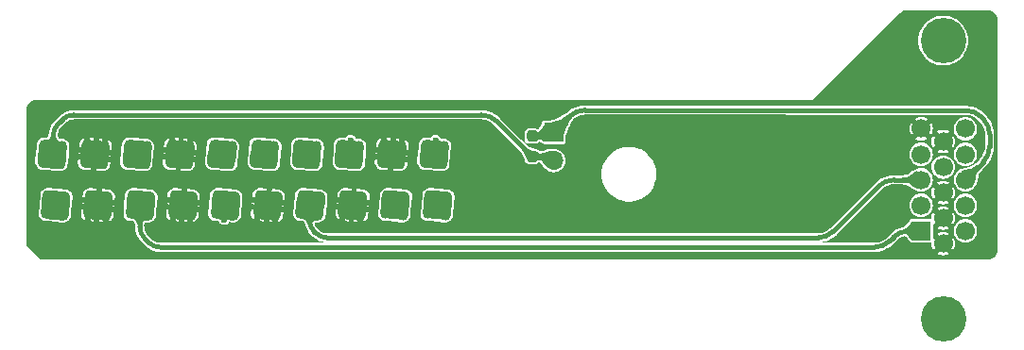
<source format=gtl>
G04 #@! TF.GenerationSoftware,KiCad,Pcbnew,7.0.9*
G04 #@! TF.CreationDate,2023-11-21T14:25:59-05:00*
G04 #@! TF.ProjectId,SCART2VGA,53434152-5432-4564-9741-2e6b69636164,rev?*
G04 #@! TF.SameCoordinates,Original*
G04 #@! TF.FileFunction,Copper,L1,Top*
G04 #@! TF.FilePolarity,Positive*
%FSLAX46Y46*%
G04 Gerber Fmt 4.6, Leading zero omitted, Abs format (unit mm)*
G04 Created by KiCad (PCBNEW 7.0.9) date 2023-11-21 14:25:59*
%MOMM*%
%LPD*%
G01*
G04 APERTURE LIST*
G04 Aperture macros list*
%AMRoundRect*
0 Rectangle with rounded corners*
0 $1 Rounding radius*
0 $2 $3 $4 $5 $6 $7 $8 $9 X,Y pos of 4 corners*
0 Add a 4 corners polygon primitive as box body*
4,1,4,$2,$3,$4,$5,$6,$7,$8,$9,$2,$3,0*
0 Add four circle primitives for the rounded corners*
1,1,$1+$1,$2,$3*
1,1,$1+$1,$4,$5*
1,1,$1+$1,$6,$7*
1,1,$1+$1,$8,$9*
0 Add four rect primitives between the rounded corners*
20,1,$1+$1,$2,$3,$4,$5,0*
20,1,$1+$1,$4,$5,$6,$7,0*
20,1,$1+$1,$6,$7,$8,$9,0*
20,1,$1+$1,$8,$9,$2,$3,0*%
%AMHorizOval*
0 Thick line with rounded ends*
0 $1 width*
0 $2 $3 position (X,Y) of the first rounded end (center of the circle)*
0 $4 $5 position (X,Y) of the second rounded end (center of the circle)*
0 Add line between two ends*
20,1,$1,$2,$3,$4,$5,0*
0 Add two circle primitives to create the rounded ends*
1,1,$1,$2,$3*
1,1,$1,$4,$5*%
%AMRotRect*
0 Rectangle, with rotation*
0 The origin of the aperture is its center*
0 $1 length*
0 $2 width*
0 $3 Rotation angle, in degrees counterclockwise*
0 Add horizontal line*
21,1,$1,$2,0,0,$3*%
G04 Aperture macros list end*
G04 #@! TA.AperFunction,SMDPad,CuDef*
%ADD10RoundRect,0.237500X-0.237500X0.250000X-0.237500X-0.250000X0.237500X-0.250000X0.237500X0.250000X0*%
G04 #@! TD*
G04 #@! TA.AperFunction,ComponentPad*
%ADD11HorizOval,0.900000X-0.047936X-0.547907X0.047936X0.547907X0*%
G04 #@! TD*
G04 #@! TA.AperFunction,SMDPad,CuDef*
%ADD12RotRect,1.600000X0.850000X355.000000*%
G04 #@! TD*
G04 #@! TA.AperFunction,ComponentPad*
%ADD13RoundRect,0.450000X-0.836176X-0.378563X0.757736X-0.518012X0.836176X0.378563X-0.757736X0.518012X0*%
G04 #@! TD*
G04 #@! TA.AperFunction,ComponentPad*
%ADD14HorizOval,0.900000X0.047936X0.547907X-0.047936X-0.547907X0*%
G04 #@! TD*
G04 #@! TA.AperFunction,ComponentPad*
%ADD15RoundRect,0.450000X0.836176X0.378563X-0.757736X0.518012X-0.836176X-0.378563X0.757736X-0.518012X0*%
G04 #@! TD*
G04 #@! TA.AperFunction,ComponentPad*
%ADD16R,1.700000X1.700000*%
G04 #@! TD*
G04 #@! TA.AperFunction,ComponentPad*
%ADD17C,1.700000*%
G04 #@! TD*
G04 #@! TA.AperFunction,ComponentPad*
%ADD18C,4.066000*%
G04 #@! TD*
G04 #@! TA.AperFunction,ComponentPad*
%ADD19O,1.700000X1.700000*%
G04 #@! TD*
G04 #@! TA.AperFunction,ViaPad*
%ADD20C,0.600000*%
G04 #@! TD*
G04 #@! TA.AperFunction,Conductor*
%ADD21C,0.400000*%
G04 #@! TD*
G04 APERTURE END LIST*
D10*
X148460000Y-102357500D03*
X148460000Y-104182500D03*
D11*
X139179336Y-108759270D03*
D12*
X139926082Y-109400967D03*
D13*
X140031745Y-108187370D03*
D11*
X140773247Y-108898719D03*
D14*
X138924824Y-103661226D03*
D15*
X139669486Y-104328668D03*
D12*
X139771436Y-103157882D03*
D14*
X140518735Y-103800676D03*
D11*
X135379336Y-108759270D03*
D12*
X136126082Y-109400967D03*
D13*
X136231745Y-108187370D03*
D11*
X136973247Y-108898719D03*
D14*
X135124824Y-103661226D03*
D15*
X135869486Y-104328668D03*
D12*
X135971436Y-103157882D03*
D14*
X136718735Y-103800676D03*
D11*
X131579356Y-108759271D03*
D12*
X132327828Y-109402413D03*
D13*
X132431765Y-108187371D03*
D11*
X133173267Y-108898720D03*
D14*
X131324824Y-103661226D03*
D15*
X132069486Y-104328668D03*
D12*
X132171436Y-103157882D03*
D14*
X132918735Y-103800676D03*
D11*
X127779356Y-108759271D03*
D12*
X128527828Y-109402413D03*
D13*
X128631765Y-108187371D03*
D11*
X129373267Y-108898720D03*
D14*
X127524824Y-103661226D03*
D15*
X128269486Y-104328668D03*
D12*
X128371436Y-103157882D03*
D14*
X129118735Y-103800676D03*
D11*
X123979356Y-108759271D03*
D12*
X124727828Y-109402413D03*
D13*
X124831765Y-108187371D03*
D11*
X125573267Y-108898720D03*
D14*
X123724824Y-103661226D03*
D15*
X124469486Y-104328668D03*
D12*
X124571436Y-103157882D03*
D14*
X125318735Y-103800676D03*
D11*
X120179356Y-108759271D03*
D12*
X120927828Y-109402413D03*
D13*
X121031765Y-108187371D03*
D11*
X121773267Y-108898720D03*
D14*
X119924824Y-103661226D03*
D15*
X120669486Y-104328668D03*
D12*
X120771436Y-103157882D03*
D14*
X121518735Y-103800676D03*
D11*
X116379356Y-108759271D03*
D12*
X117127828Y-109402413D03*
D13*
X117231765Y-108187371D03*
D11*
X117973267Y-108898720D03*
D14*
X116124824Y-103661226D03*
D15*
X116869486Y-104328668D03*
D12*
X116971436Y-103157882D03*
D14*
X117718735Y-103800676D03*
D11*
X112579356Y-108759271D03*
D12*
X113327828Y-109402413D03*
D13*
X113431765Y-108187371D03*
D11*
X114173267Y-108898720D03*
D14*
X112324824Y-103661226D03*
D15*
X113069486Y-104328668D03*
D12*
X113171436Y-103157882D03*
D14*
X113918735Y-103800676D03*
D11*
X108779356Y-108759271D03*
D12*
X109527828Y-109402413D03*
D13*
X109631765Y-108187371D03*
D11*
X110373267Y-108898720D03*
D14*
X108524824Y-103661226D03*
D15*
X109269486Y-104328668D03*
D12*
X109371436Y-103157882D03*
D14*
X110118735Y-103800676D03*
D11*
X104979356Y-108759271D03*
D12*
X105727828Y-109402413D03*
D13*
X105831765Y-108187371D03*
D11*
X106573267Y-108898720D03*
D14*
X104724822Y-103661226D03*
D15*
X105469484Y-104328668D03*
D12*
X105571915Y-103157880D03*
D14*
X106318733Y-103800675D03*
D16*
X183300000Y-110855000D03*
D17*
X183300000Y-108565000D03*
X183300000Y-106275000D03*
X183300000Y-103985000D03*
X183300000Y-101695000D03*
X185280000Y-112000000D03*
X185280000Y-109710000D03*
X185280000Y-107420000D03*
X185280000Y-105130000D03*
X185280000Y-102840000D03*
X187260000Y-110855000D03*
X187260000Y-108565000D03*
X187260000Y-106275000D03*
X187260000Y-103985000D03*
X187260000Y-101695000D03*
D18*
X185280000Y-93780000D03*
X185280000Y-118770000D03*
D16*
X150400000Y-102005000D03*
D19*
X150400000Y-104545000D03*
D20*
X139810000Y-102740000D03*
X181566666Y-97070000D03*
X153350000Y-110670000D03*
X182673334Y-98850000D03*
X189090000Y-110477500D03*
X178280000Y-109440000D03*
X121773332Y-101210000D03*
X167650000Y-113120000D03*
X185940000Y-98850000D03*
X165790000Y-110670000D03*
X125920000Y-101210000D03*
X179406668Y-98850000D03*
X162676666Y-100720000D03*
X188100000Y-97070000D03*
X189090000Y-108565000D03*
X170970000Y-100720000D03*
X178300000Y-97070000D03*
X126933332Y-113120000D03*
X166823332Y-100720000D03*
X189090000Y-112390000D03*
X163503332Y-113120000D03*
X113480000Y-101210000D03*
X131080000Y-113120000D03*
X117626666Y-101210000D03*
X158530000Y-100720000D03*
X122786666Y-113120000D03*
X118640000Y-113120000D03*
X155210000Y-113120000D03*
X184833332Y-97070000D03*
X161643332Y-110670000D03*
X159356666Y-113120000D03*
X157496666Y-110670000D03*
X179880000Y-110960000D03*
X132210000Y-102740000D03*
X120890000Y-109830000D03*
D21*
X150047500Y-102357500D02*
X150400000Y-102005000D01*
X171259950Y-100020000D02*
X153213427Y-100020000D01*
X171281199Y-100041249D02*
X171259950Y-100020000D01*
X187260000Y-106275000D02*
X188844214Y-104690786D01*
X188844213Y-100791446D02*
X188679802Y-100627035D01*
X148460000Y-102357500D02*
X150047500Y-102357500D01*
X189430000Y-103276573D02*
X189430000Y-102205660D01*
X187265589Y-100041249D02*
X171281199Y-100041249D01*
X151799213Y-100605787D02*
X150400000Y-102005000D01*
X153213427Y-100020020D02*
G75*
G03*
X151799214Y-100605788I-27J-1999980D01*
G01*
X188844228Y-104690800D02*
G75*
G03*
X189430000Y-103276573I-1414228J1414200D01*
G01*
X188679797Y-100627040D02*
G75*
G03*
X187265589Y-100041249I-1414197J-1414160D01*
G01*
X189430028Y-102205660D02*
G75*
G03*
X188844213Y-100791446I-2000028J-40D01*
G01*
X148460000Y-104182500D02*
X145313286Y-101035786D01*
X143899073Y-100450000D02*
X107441320Y-100450000D01*
X148460000Y-104182500D02*
X150037500Y-104182500D01*
X106380660Y-100889340D02*
X106011255Y-101258745D01*
X150037500Y-104182500D02*
X150400000Y-104545000D01*
X105571915Y-102319405D02*
X105571915Y-103157880D01*
X145313300Y-101035772D02*
G75*
G03*
X143899073Y-100450000I-1414200J-1414228D01*
G01*
X107441320Y-100450015D02*
G75*
G03*
X106380660Y-100889340I-20J-1499985D01*
G01*
X106011255Y-101258745D02*
G75*
G03*
X105571915Y-102319405I1060645J-1060655D01*
G01*
X129071178Y-111041178D02*
X128967168Y-110937168D01*
X183300000Y-106275000D02*
X180893427Y-106275000D01*
X179479214Y-106860786D02*
X175445269Y-110894731D01*
X128527828Y-109876508D02*
X128527828Y-109402413D01*
X174031055Y-111480518D02*
X130131838Y-111480518D01*
X174031055Y-111480480D02*
G75*
G03*
X175445268Y-110894730I45J1999980D01*
G01*
X180893427Y-106275020D02*
G75*
G03*
X179479215Y-106860787I-27J-1999980D01*
G01*
X128527815Y-109876508D02*
G75*
G03*
X128967168Y-110937168I1499985J8D01*
G01*
X129071155Y-111041201D02*
G75*
G03*
X130131838Y-111480518I1060645J1060701D01*
G01*
X113327828Y-110476508D02*
X113327828Y-109402413D01*
X183300000Y-110855000D02*
X182223427Y-110855000D01*
X179081261Y-112340312D02*
X115191632Y-112340312D01*
X114130972Y-111900972D02*
X113767168Y-111537168D01*
X180809213Y-111440787D02*
X180495474Y-111754526D01*
X114130953Y-111900991D02*
G75*
G03*
X115191632Y-112340312I1060647J1060691D01*
G01*
X182223427Y-110855020D02*
G75*
G03*
X180809214Y-111440788I-27J-1999980D01*
G01*
X113327815Y-110476508D02*
G75*
G03*
X113767168Y-111537168I1499985J8D01*
G01*
X179081261Y-112340280D02*
G75*
G03*
X180495473Y-111754525I39J1999980D01*
G01*
G04 #@! TA.AperFunction,Conductor*
G36*
X189283879Y-91075657D02*
G01*
X189288526Y-91075656D01*
X189288530Y-91075658D01*
X189327204Y-91075654D01*
X189329605Y-91075772D01*
X189398558Y-91082555D01*
X189479601Y-91090529D01*
X189489009Y-91092400D01*
X189629761Y-91135085D01*
X189638637Y-91138760D01*
X189768359Y-91208088D01*
X189776347Y-91213425D01*
X189890047Y-91306729D01*
X189896840Y-91313522D01*
X189990151Y-91427217D01*
X189995488Y-91435205D01*
X190064820Y-91564918D01*
X190068496Y-91573793D01*
X190111188Y-91714542D01*
X190113062Y-91723964D01*
X190127771Y-91873372D01*
X190127889Y-91875774D01*
X190127888Y-91920719D01*
X190127890Y-91920736D01*
X190127890Y-112623934D01*
X190127772Y-112626338D01*
X190112994Y-112776310D01*
X190111119Y-112785731D01*
X190068422Y-112926463D01*
X190064746Y-112935337D01*
X189995412Y-113065040D01*
X189990075Y-113073027D01*
X189896768Y-113186714D01*
X189889976Y-113193505D01*
X189776289Y-113286800D01*
X189768302Y-113292137D01*
X189638590Y-113361465D01*
X189629716Y-113365140D01*
X189488981Y-113407829D01*
X189479560Y-113409703D01*
X189328968Y-113424534D01*
X189326566Y-113424652D01*
X189288510Y-113424652D01*
X104453379Y-113424654D01*
X104418731Y-113410302D01*
X103214886Y-112206457D01*
X103200534Y-112171809D01*
X103200534Y-109291252D01*
X104279829Y-109291252D01*
X104284553Y-109414264D01*
X104322106Y-109540232D01*
X104331508Y-109571770D01*
X104416157Y-109712649D01*
X104416158Y-109712650D01*
X104416159Y-109712651D01*
X104533181Y-109828051D01*
X104675221Y-109910721D01*
X104675225Y-109910722D01*
X104675229Y-109910725D01*
X104833374Y-109955476D01*
X104886986Y-109956785D01*
X104888498Y-109956870D01*
X105225261Y-109986333D01*
X106405141Y-110089559D01*
X106414202Y-110091223D01*
X106427285Y-110094925D01*
X106480912Y-110096235D01*
X106482407Y-110096319D01*
X106489941Y-110096979D01*
X106492212Y-110096729D01*
X106495484Y-110096591D01*
X106571951Y-110098460D01*
X106591589Y-110098940D01*
X106591590Y-110098940D01*
X106751729Y-110061970D01*
X106751729Y-110061969D01*
X106751733Y-110061969D01*
X106897649Y-109986333D01*
X107020171Y-109876785D01*
X107111601Y-109740209D01*
X107166193Y-109585187D01*
X107191908Y-109291265D01*
X108080329Y-109291265D01*
X108085050Y-109414179D01*
X108131970Y-109571567D01*
X108216555Y-109712340D01*
X108333489Y-109827651D01*
X108333492Y-109827653D01*
X108430014Y-109883831D01*
X108467893Y-109450866D01*
X108488815Y-109492348D01*
X108572088Y-109567483D01*
X108676881Y-109607462D01*
X108789039Y-109606886D01*
X108893415Y-109565833D01*
X108965560Y-109499384D01*
X108923779Y-109976950D01*
X109224307Y-110003243D01*
X109257786Y-109620583D01*
X109278937Y-109378815D01*
X109277069Y-109373683D01*
X109277208Y-109371548D01*
X109317348Y-108912727D01*
X109817793Y-108956511D01*
X109797809Y-109184945D01*
X109722404Y-110046821D01*
X110019591Y-110072822D01*
X110061805Y-109590317D01*
X110082726Y-109631797D01*
X110165999Y-109706932D01*
X110270792Y-109746911D01*
X110382950Y-109746335D01*
X110487326Y-109705282D01*
X110559469Y-109638834D01*
X110521893Y-110068343D01*
X110521893Y-110068344D01*
X110551553Y-110061497D01*
X110551559Y-110061495D01*
X110697363Y-109985917D01*
X110697365Y-109985916D01*
X110819787Y-109876456D01*
X110819790Y-109876453D01*
X110911149Y-109739984D01*
X110911150Y-109739981D01*
X110965700Y-109585080D01*
X110991406Y-109291252D01*
X111879829Y-109291252D01*
X111884553Y-109414264D01*
X111922106Y-109540232D01*
X111931508Y-109571770D01*
X112016157Y-109712649D01*
X112016158Y-109712650D01*
X112016159Y-109712651D01*
X112133181Y-109828051D01*
X112275221Y-109910721D01*
X112275225Y-109910722D01*
X112275229Y-109910725D01*
X112433374Y-109955476D01*
X112486986Y-109956785D01*
X112488498Y-109956870D01*
X112757144Y-109980374D01*
X112790409Y-109997691D01*
X112795441Y-110004920D01*
X112810584Y-110031482D01*
X112811329Y-110032892D01*
X112850476Y-110113308D01*
X112850998Y-110114453D01*
X112892023Y-110211031D01*
X112904489Y-110244119D01*
X112924181Y-110296383D01*
X112927328Y-110313659D01*
X112927328Y-110456200D01*
X112927315Y-110456233D01*
X112927315Y-110601073D01*
X112933634Y-110649064D01*
X112955648Y-110816270D01*
X112959837Y-110848081D01*
X113024315Y-111088713D01*
X113024319Y-111088723D01*
X113119660Y-111318887D01*
X113233073Y-111515320D01*
X113244229Y-111534641D01*
X113395894Y-111732289D01*
X113446838Y-111783231D01*
X113461683Y-111798076D01*
X113833684Y-112170077D01*
X113833711Y-112170141D01*
X113847763Y-112184192D01*
X113847763Y-112184193D01*
X113935846Y-112272273D01*
X114133500Y-112423931D01*
X114349257Y-112548493D01*
X114579428Y-112643827D01*
X114820072Y-112708302D01*
X115067074Y-112740815D01*
X115191641Y-112740812D01*
X179081253Y-112740812D01*
X179112780Y-112740812D01*
X179113355Y-112740812D01*
X179114156Y-112740780D01*
X179216061Y-112740782D01*
X179483983Y-112710600D01*
X179746841Y-112650610D01*
X180001329Y-112561566D01*
X180244247Y-112444588D01*
X180472541Y-112301148D01*
X180491022Y-112286411D01*
X180587037Y-112209844D01*
X180683339Y-112133049D01*
X180755980Y-112060410D01*
X180756004Y-112060388D01*
X180756379Y-112060012D01*
X180756383Y-112060010D01*
X181091850Y-111724542D01*
X181092994Y-111723471D01*
X181248504Y-111587096D01*
X181251047Y-111585145D01*
X181251576Y-111584792D01*
X181422337Y-111470694D01*
X181425115Y-111469091D01*
X181454646Y-111454528D01*
X181609886Y-111377973D01*
X181612833Y-111376752D01*
X181807937Y-111310527D01*
X181811011Y-111309704D01*
X181820025Y-111307911D01*
X181856083Y-111314754D01*
X181868796Y-111322930D01*
X181871567Y-111325003D01*
X181963431Y-111404422D01*
X181965428Y-111406358D01*
X182063544Y-111512905D01*
X182064979Y-111514615D01*
X182136567Y-111608209D01*
X182167533Y-111648693D01*
X182168575Y-111650164D01*
X182265323Y-111798076D01*
X182273038Y-111809870D01*
X182279254Y-111818385D01*
X182284097Y-111824350D01*
X182290354Y-111831697D01*
X182292598Y-111833752D01*
X182292277Y-111834101D01*
X182301386Y-111843473D01*
X182305447Y-111849551D01*
X182305450Y-111849554D01*
X182315343Y-111856164D01*
X182371769Y-111893867D01*
X182430252Y-111905500D01*
X182430255Y-111905500D01*
X184169741Y-111905500D01*
X184169748Y-111905500D01*
X184170704Y-111905309D01*
X184171026Y-111905373D01*
X184172142Y-111905264D01*
X184172175Y-111905602D01*
X184207485Y-111912615D01*
X184228330Y-111943791D01*
X184229038Y-111958167D01*
X184224919Y-111999998D01*
X184224919Y-112000000D01*
X184245192Y-112205836D01*
X184245192Y-112205837D01*
X184305231Y-112403758D01*
X184305236Y-112403770D01*
X184380975Y-112545469D01*
X184380976Y-112545470D01*
X184796922Y-112129523D01*
X184820507Y-112209844D01*
X184898239Y-112330798D01*
X185006900Y-112424952D01*
X185137685Y-112484680D01*
X185147465Y-112486086D01*
X184734528Y-112899022D01*
X184734529Y-112899023D01*
X184876229Y-112974763D01*
X184876241Y-112974768D01*
X185074163Y-113034807D01*
X185280000Y-113055081D01*
X185485836Y-113034807D01*
X185485837Y-113034807D01*
X185683759Y-112974768D01*
X185683766Y-112974765D01*
X185825469Y-112899022D01*
X185825470Y-112899022D01*
X185412533Y-112486086D01*
X185422315Y-112484680D01*
X185553100Y-112424952D01*
X185661761Y-112330798D01*
X185739493Y-112209844D01*
X185763076Y-112129524D01*
X186179022Y-112545470D01*
X186179022Y-112545469D01*
X186254765Y-112403766D01*
X186254768Y-112403759D01*
X186314807Y-112205837D01*
X186314807Y-112205836D01*
X186335081Y-112000000D01*
X186335081Y-111999999D01*
X186314807Y-111794163D01*
X186314807Y-111794162D01*
X186254768Y-111596241D01*
X186254763Y-111596229D01*
X186179023Y-111454529D01*
X186179022Y-111454528D01*
X185763076Y-111870474D01*
X185739493Y-111790156D01*
X185661761Y-111669202D01*
X185553100Y-111575048D01*
X185422315Y-111515320D01*
X185412533Y-111513913D01*
X185825470Y-111100976D01*
X185825469Y-111100975D01*
X185683770Y-111025236D01*
X185683758Y-111025231D01*
X185485836Y-110965192D01*
X185280000Y-110944919D01*
X185074163Y-110965192D01*
X185074162Y-110965192D01*
X184876241Y-111025231D01*
X184876229Y-111025236D01*
X184734529Y-111100974D01*
X184734528Y-111100976D01*
X185147466Y-111513913D01*
X185137685Y-111515320D01*
X185006900Y-111575048D01*
X184898239Y-111669202D01*
X184820507Y-111790156D01*
X184796923Y-111870475D01*
X184364852Y-111438404D01*
X184350500Y-111403756D01*
X184350500Y-110855000D01*
X186204417Y-110855000D01*
X186214636Y-110958755D01*
X186224700Y-111060934D01*
X186224700Y-111060935D01*
X186236846Y-111100974D01*
X186284768Y-111258954D01*
X186382315Y-111441450D01*
X186513590Y-111601410D01*
X186673550Y-111732685D01*
X186856046Y-111830232D01*
X187054066Y-111890300D01*
X187260000Y-111910583D01*
X187465934Y-111890300D01*
X187663954Y-111830232D01*
X187846450Y-111732685D01*
X188006410Y-111601410D01*
X188137685Y-111441450D01*
X188235232Y-111258954D01*
X188295300Y-111060934D01*
X188315583Y-110855000D01*
X188295300Y-110649066D01*
X188235232Y-110451046D01*
X188137685Y-110268550D01*
X188006410Y-110108590D01*
X187846450Y-109977315D01*
X187663954Y-109879768D01*
X187465934Y-109819700D01*
X187260000Y-109799417D01*
X187054065Y-109819700D01*
X187054064Y-109819700D01*
X186919736Y-109860448D01*
X186865877Y-109876786D01*
X186856043Y-109879769D01*
X186673548Y-109977316D01*
X186513590Y-110108590D01*
X186382316Y-110268548D01*
X186284769Y-110451043D01*
X186224700Y-110649064D01*
X186224700Y-110649065D01*
X186208232Y-110816270D01*
X186204417Y-110855000D01*
X184350500Y-110855000D01*
X184350500Y-110306243D01*
X184364852Y-110271595D01*
X184796923Y-109839523D01*
X184820507Y-109919844D01*
X184898239Y-110040798D01*
X185006900Y-110134952D01*
X185137685Y-110194680D01*
X185147465Y-110196086D01*
X184734528Y-110609022D01*
X184734529Y-110609023D01*
X184876229Y-110684763D01*
X184876241Y-110684768D01*
X185074163Y-110744807D01*
X185280000Y-110765081D01*
X185485836Y-110744807D01*
X185485837Y-110744807D01*
X185683759Y-110684768D01*
X185683766Y-110684765D01*
X185825469Y-110609022D01*
X185825470Y-110609022D01*
X185412533Y-110196086D01*
X185422315Y-110194680D01*
X185553100Y-110134952D01*
X185661761Y-110040798D01*
X185739493Y-109919844D01*
X185763076Y-109839524D01*
X186179022Y-110255470D01*
X186179022Y-110255469D01*
X186254765Y-110113766D01*
X186254768Y-110113759D01*
X186314807Y-109915837D01*
X186314807Y-109915836D01*
X186335081Y-109710000D01*
X186335081Y-109709999D01*
X186314807Y-109504163D01*
X186314807Y-109504162D01*
X186254768Y-109306241D01*
X186254763Y-109306229D01*
X186179023Y-109164529D01*
X186179022Y-109164528D01*
X185763076Y-109580474D01*
X185739493Y-109500156D01*
X185661761Y-109379202D01*
X185553100Y-109285048D01*
X185422315Y-109225320D01*
X185412533Y-109223913D01*
X185825470Y-108810976D01*
X185825469Y-108810975D01*
X185683770Y-108735236D01*
X185683758Y-108735231D01*
X185485836Y-108675192D01*
X185280000Y-108654919D01*
X185074163Y-108675192D01*
X185074162Y-108675192D01*
X184876241Y-108735231D01*
X184876229Y-108735236D01*
X184734529Y-108810974D01*
X184734528Y-108810976D01*
X185147466Y-109223913D01*
X185137685Y-109225320D01*
X185006900Y-109285048D01*
X184898239Y-109379202D01*
X184820507Y-109500156D01*
X184796923Y-109580475D01*
X184380976Y-109164528D01*
X184380974Y-109164529D01*
X184305236Y-109306229D01*
X184305231Y-109306241D01*
X184245192Y-109504162D01*
X184245192Y-109504163D01*
X184224919Y-109709999D01*
X184224919Y-109710001D01*
X184229038Y-109751832D01*
X184218151Y-109787720D01*
X184185076Y-109805398D01*
X184170714Y-109804692D01*
X184169751Y-109804500D01*
X184169748Y-109804500D01*
X182430252Y-109804500D01*
X182371769Y-109816133D01*
X182305447Y-109860447D01*
X182261132Y-109926769D01*
X182260170Y-109931606D01*
X182252198Y-109950225D01*
X182152234Y-110092420D01*
X182151079Y-110093934D01*
X182028996Y-110241716D01*
X182027418Y-110243450D01*
X181910039Y-110360657D01*
X181907873Y-110362579D01*
X181798308Y-110448758D01*
X181792426Y-110452730D01*
X181687839Y-110512822D01*
X181674331Y-110518108D01*
X181557843Y-110544694D01*
X181557826Y-110544700D01*
X181303365Y-110633736D01*
X181303357Y-110633739D01*
X181303354Y-110633741D01*
X181061175Y-110750365D01*
X181060432Y-110750723D01*
X180832141Y-110894164D01*
X180832138Y-110894167D01*
X180621342Y-111062268D01*
X180548873Y-111134734D01*
X180548856Y-111134750D01*
X180212853Y-111470752D01*
X180211682Y-111471849D01*
X180056188Y-111608209D01*
X180053643Y-111610162D01*
X179882346Y-111724614D01*
X179879568Y-111726218D01*
X179694812Y-111817325D01*
X179691848Y-111818552D01*
X179496768Y-111884769D01*
X179493669Y-111885600D01*
X179291616Y-111925787D01*
X179288435Y-111926205D01*
X179081582Y-111939759D01*
X179079980Y-111939811D01*
X179019743Y-111939811D01*
X179019731Y-111939812D01*
X174478686Y-111939812D01*
X174444038Y-111925460D01*
X174429686Y-111890812D01*
X174444038Y-111856164D01*
X174467784Y-111843040D01*
X174664800Y-111798077D01*
X174696634Y-111790812D01*
X174951122Y-111701769D01*
X175194040Y-111584792D01*
X175422334Y-111441353D01*
X175633132Y-111273254D01*
X175705527Y-111200862D01*
X175705552Y-111200839D01*
X175706172Y-111200218D01*
X175706178Y-111200215D01*
X175753925Y-111152468D01*
X175769177Y-111137217D01*
X175769177Y-111137216D01*
X175773204Y-111133190D01*
X175773211Y-111133180D01*
X178341391Y-108565000D01*
X182244417Y-108565000D01*
X182264700Y-108770934D01*
X182324768Y-108968954D01*
X182422315Y-109151450D01*
X182553590Y-109311410D01*
X182713550Y-109442685D01*
X182896046Y-109540232D01*
X183094066Y-109600300D01*
X183300000Y-109620583D01*
X183505934Y-109600300D01*
X183703954Y-109540232D01*
X183886450Y-109442685D01*
X184046410Y-109311410D01*
X184177685Y-109151450D01*
X184275232Y-108968954D01*
X184335300Y-108770934D01*
X184355583Y-108565000D01*
X186204417Y-108565000D01*
X186224700Y-108770934D01*
X186284768Y-108968954D01*
X186382315Y-109151450D01*
X186513590Y-109311410D01*
X186673550Y-109442685D01*
X186856046Y-109540232D01*
X187054066Y-109600300D01*
X187260000Y-109620583D01*
X187465934Y-109600300D01*
X187663954Y-109540232D01*
X187846450Y-109442685D01*
X188006410Y-109311410D01*
X188137685Y-109151450D01*
X188235232Y-108968954D01*
X188295300Y-108770934D01*
X188315583Y-108565000D01*
X188295300Y-108359066D01*
X188235232Y-108161046D01*
X188137685Y-107978550D01*
X188006410Y-107818590D01*
X187846450Y-107687315D01*
X187663954Y-107589768D01*
X187465934Y-107529700D01*
X187260000Y-107509417D01*
X187054065Y-107529700D01*
X187054064Y-107529700D01*
X186856043Y-107589769D01*
X186673548Y-107687316D01*
X186513590Y-107818590D01*
X186382316Y-107978548D01*
X186284769Y-108161043D01*
X186224700Y-108359064D01*
X186224700Y-108359065D01*
X186224325Y-108362878D01*
X186204417Y-108565000D01*
X184355583Y-108565000D01*
X184335300Y-108359066D01*
X184275232Y-108161046D01*
X184177685Y-107978550D01*
X184046410Y-107818590D01*
X183886450Y-107687315D01*
X183703954Y-107589768D01*
X183505934Y-107529700D01*
X183300000Y-107509417D01*
X183094065Y-107529700D01*
X183094064Y-107529700D01*
X182896043Y-107589769D01*
X182713548Y-107687316D01*
X182553590Y-107818590D01*
X182422316Y-107978548D01*
X182324769Y-108161043D01*
X182264700Y-108359064D01*
X182264700Y-108359065D01*
X182264325Y-108362878D01*
X182244417Y-108565000D01*
X178341391Y-108565000D01*
X179486391Y-107420000D01*
X184224919Y-107420000D01*
X184245192Y-107625836D01*
X184245192Y-107625837D01*
X184305231Y-107823758D01*
X184305236Y-107823770D01*
X184380975Y-107965469D01*
X184380976Y-107965470D01*
X184796922Y-107549523D01*
X184820507Y-107629844D01*
X184898239Y-107750798D01*
X185006900Y-107844952D01*
X185137685Y-107904680D01*
X185147465Y-107906086D01*
X184734528Y-108319022D01*
X184734529Y-108319023D01*
X184876229Y-108394763D01*
X184876241Y-108394768D01*
X185074163Y-108454807D01*
X185280000Y-108475081D01*
X185485836Y-108454807D01*
X185485837Y-108454807D01*
X185683759Y-108394768D01*
X185683766Y-108394765D01*
X185825469Y-108319022D01*
X185825470Y-108319022D01*
X185412533Y-107906086D01*
X185422315Y-107904680D01*
X185553100Y-107844952D01*
X185661761Y-107750798D01*
X185739493Y-107629844D01*
X185763076Y-107549524D01*
X186179022Y-107965470D01*
X186179022Y-107965469D01*
X186254765Y-107823766D01*
X186254768Y-107823759D01*
X186314807Y-107625837D01*
X186314807Y-107625836D01*
X186335081Y-107420000D01*
X186335081Y-107419999D01*
X186314807Y-107214163D01*
X186314807Y-107214162D01*
X186254768Y-107016241D01*
X186254763Y-107016229D01*
X186179023Y-106874529D01*
X186179022Y-106874528D01*
X185763076Y-107290474D01*
X185739493Y-107210156D01*
X185661761Y-107089202D01*
X185553100Y-106995048D01*
X185422315Y-106935320D01*
X185412533Y-106933913D01*
X185825470Y-106520976D01*
X185825469Y-106520975D01*
X185683770Y-106445236D01*
X185683758Y-106445231D01*
X185485836Y-106385192D01*
X185280000Y-106364919D01*
X185074163Y-106385192D01*
X185074162Y-106385192D01*
X184876241Y-106445231D01*
X184876229Y-106445236D01*
X184734529Y-106520974D01*
X184734528Y-106520976D01*
X185147466Y-106933913D01*
X185137685Y-106935320D01*
X185006900Y-106995048D01*
X184898239Y-107089202D01*
X184820507Y-107210156D01*
X184796923Y-107290475D01*
X184380976Y-106874528D01*
X184380974Y-106874529D01*
X184305236Y-107016229D01*
X184305231Y-107016241D01*
X184245192Y-107214162D01*
X184245192Y-107214163D01*
X184224919Y-107419999D01*
X184224919Y-107420000D01*
X179486391Y-107420000D01*
X179761841Y-107144550D01*
X179762972Y-107143491D01*
X179918505Y-107007095D01*
X179921048Y-107005144D01*
X179936159Y-106995048D01*
X180092337Y-106890694D01*
X180095116Y-106889091D01*
X180194585Y-106840039D01*
X180279887Y-106797973D01*
X180282834Y-106796752D01*
X180477923Y-106730531D01*
X180481007Y-106729704D01*
X180683085Y-106689511D01*
X180686244Y-106689096D01*
X180892940Y-106675551D01*
X180894529Y-106675500D01*
X180951005Y-106675500D01*
X181567449Y-106675500D01*
X181581366Y-106677518D01*
X181584676Y-106678498D01*
X181591817Y-106680614D01*
X181591821Y-106680614D01*
X181591824Y-106680615D01*
X181753823Y-106695507D01*
X181911342Y-106709987D01*
X181923836Y-106712818D01*
X182109080Y-106781269D01*
X182119094Y-106786342D01*
X182292871Y-106901133D01*
X182524362Y-107060606D01*
X182530157Y-107064319D01*
X182536733Y-107068227D01*
X182542735Y-107071529D01*
X182873876Y-107239569D01*
X182878152Y-107241543D01*
X182878153Y-107241543D01*
X182878155Y-107241544D01*
X182878702Y-107241728D01*
X182886175Y-107244956D01*
X182896041Y-107250230D01*
X182896043Y-107250230D01*
X182896046Y-107250232D01*
X183094066Y-107310300D01*
X183300000Y-107330583D01*
X183505934Y-107310300D01*
X183703954Y-107250232D01*
X183886450Y-107152685D01*
X184046410Y-107021410D01*
X184177685Y-106861450D01*
X184275232Y-106678954D01*
X184335300Y-106480934D01*
X184355583Y-106275000D01*
X184335300Y-106069066D01*
X184275232Y-105871046D01*
X184177685Y-105688550D01*
X184046410Y-105528590D01*
X183886450Y-105397315D01*
X183719772Y-105308223D01*
X183703956Y-105299769D01*
X183703955Y-105299768D01*
X183703954Y-105299768D01*
X183505934Y-105239700D01*
X183300000Y-105219417D01*
X183094065Y-105239700D01*
X183094064Y-105239700D01*
X182896049Y-105299767D01*
X182896036Y-105299772D01*
X182880225Y-105308223D01*
X182872695Y-105311250D01*
X182872709Y-105311286D01*
X182870470Y-105312157D01*
X182788131Y-105353941D01*
X182542736Y-105478469D01*
X182537851Y-105481155D01*
X182536769Y-105481750D01*
X182530222Y-105485637D01*
X182524391Y-105489371D01*
X182292871Y-105648865D01*
X182119096Y-105763654D01*
X182109073Y-105768731D01*
X181923841Y-105837177D01*
X181911343Y-105840009D01*
X181591816Y-105869385D01*
X181591815Y-105869385D01*
X181579284Y-105872788D01*
X181566444Y-105874500D01*
X180861236Y-105874500D01*
X180860734Y-105874519D01*
X180758623Y-105874519D01*
X180490698Y-105904703D01*
X180227843Y-105964695D01*
X180227826Y-105964700D01*
X179973366Y-106053736D01*
X179973358Y-106053739D01*
X179973355Y-106053741D01*
X179741696Y-106165299D01*
X179730433Y-106170723D01*
X179502143Y-106314163D01*
X179502140Y-106314166D01*
X179291343Y-106482267D01*
X179218874Y-106554733D01*
X179218857Y-106554749D01*
X175162649Y-110610956D01*
X175161478Y-110612053D01*
X175005984Y-110748412D01*
X175003439Y-110750365D01*
X174832141Y-110864817D01*
X174829363Y-110866421D01*
X174644604Y-110957528D01*
X174641641Y-110958755D01*
X174446566Y-111024970D01*
X174443467Y-111025801D01*
X174241412Y-111065988D01*
X174238231Y-111066406D01*
X174031287Y-111079965D01*
X174029685Y-111080017D01*
X173969538Y-111080017D01*
X173969526Y-111080018D01*
X130193366Y-111080018D01*
X130193354Y-111080017D01*
X130132789Y-111080017D01*
X130130867Y-111079942D01*
X129963668Y-111066788D01*
X129956073Y-111065585D01*
X129795810Y-111027113D01*
X129788498Y-111024738D01*
X129636215Y-110961665D01*
X129629364Y-110958174D01*
X129488833Y-110872062D01*
X129482612Y-110867543D01*
X129481298Y-110866421D01*
X129355382Y-110758884D01*
X129353987Y-110757594D01*
X129337403Y-110741011D01*
X129251047Y-110654654D01*
X129249750Y-110653251D01*
X129140809Y-110525703D01*
X129136291Y-110519485D01*
X129135447Y-110518108D01*
X129050173Y-110378956D01*
X129046682Y-110372105D01*
X129041940Y-110360657D01*
X128983604Y-110219826D01*
X128981230Y-110212518D01*
X128980771Y-110210606D01*
X128986638Y-110173565D01*
X129014063Y-110129253D01*
X129015146Y-110127648D01*
X129036572Y-110098460D01*
X129068644Y-110079021D01*
X129080343Y-110078641D01*
X129205141Y-110089559D01*
X129214202Y-110091223D01*
X129227285Y-110094925D01*
X129280912Y-110096235D01*
X129282407Y-110096319D01*
X129289941Y-110096979D01*
X129292212Y-110096729D01*
X129295484Y-110096591D01*
X129371951Y-110098460D01*
X129391589Y-110098940D01*
X129391590Y-110098940D01*
X129551729Y-110061970D01*
X129551729Y-110061969D01*
X129551733Y-110061969D01*
X129697649Y-109986333D01*
X129820171Y-109876785D01*
X129911601Y-109740209D01*
X129966193Y-109585187D01*
X129991908Y-109291265D01*
X130880329Y-109291265D01*
X130885050Y-109414179D01*
X130931970Y-109571567D01*
X131016555Y-109712340D01*
X131133489Y-109827651D01*
X131133492Y-109827653D01*
X131230014Y-109883831D01*
X131267893Y-109450866D01*
X131288815Y-109492348D01*
X131372088Y-109567483D01*
X131476881Y-109607462D01*
X131589039Y-109606886D01*
X131693415Y-109565833D01*
X131765560Y-109499384D01*
X131723779Y-109976950D01*
X132024307Y-110003243D01*
X132057786Y-109620583D01*
X132078937Y-109378815D01*
X132077069Y-109373683D01*
X132077208Y-109371548D01*
X132117348Y-108912727D01*
X132617793Y-108956511D01*
X132597809Y-109184945D01*
X132522404Y-110046821D01*
X132819591Y-110072822D01*
X132861805Y-109590317D01*
X132882726Y-109631797D01*
X132965999Y-109706932D01*
X133070792Y-109746911D01*
X133182950Y-109746335D01*
X133287326Y-109705282D01*
X133359469Y-109638834D01*
X133321893Y-110068343D01*
X133321893Y-110068344D01*
X133351553Y-110061497D01*
X133351559Y-110061495D01*
X133497363Y-109985917D01*
X133497365Y-109985916D01*
X133619787Y-109876456D01*
X133619790Y-109876453D01*
X133711149Y-109739984D01*
X133711150Y-109739981D01*
X133765700Y-109585080D01*
X133791406Y-109291251D01*
X134679809Y-109291251D01*
X134684533Y-109414263D01*
X134711334Y-109504163D01*
X134731488Y-109571769D01*
X134816137Y-109712648D01*
X134816138Y-109712649D01*
X134816139Y-109712650D01*
X134933161Y-109828050D01*
X135075201Y-109910720D01*
X135075205Y-109910721D01*
X135075209Y-109910724D01*
X135233354Y-109955475D01*
X135307489Y-109957286D01*
X135309001Y-109957371D01*
X135536974Y-109977316D01*
X136798502Y-110087685D01*
X136807563Y-110089349D01*
X136827265Y-110094924D01*
X136950493Y-110097935D01*
X136991569Y-110098939D01*
X136991570Y-110098939D01*
X137151709Y-110061969D01*
X137151709Y-110061968D01*
X137151713Y-110061968D01*
X137297629Y-109986332D01*
X137420151Y-109876784D01*
X137511581Y-109740208D01*
X137566173Y-109585186D01*
X137591889Y-109291251D01*
X138479809Y-109291251D01*
X138484533Y-109414263D01*
X138511334Y-109504163D01*
X138531488Y-109571769D01*
X138616137Y-109712648D01*
X138616138Y-109712649D01*
X138616139Y-109712650D01*
X138733161Y-109828050D01*
X138875201Y-109910720D01*
X138875205Y-109910721D01*
X138875209Y-109910724D01*
X139033354Y-109955475D01*
X139107489Y-109957286D01*
X139109001Y-109957371D01*
X139336974Y-109977316D01*
X140598502Y-110087685D01*
X140607563Y-110089349D01*
X140627265Y-110094924D01*
X140750493Y-110097935D01*
X140791569Y-110098939D01*
X140791570Y-110098939D01*
X140951709Y-110061969D01*
X140951709Y-110061968D01*
X140951713Y-110061968D01*
X141097629Y-109986332D01*
X141220151Y-109876784D01*
X141311581Y-109740208D01*
X141366173Y-109585186D01*
X141472774Y-108366738D01*
X141472625Y-108362868D01*
X141472700Y-108359795D01*
X141472764Y-108359064D01*
X141521671Y-107800058D01*
X141521671Y-107800050D01*
X141521994Y-107763072D01*
X141519564Y-107750798D01*
X141490070Y-107601845D01*
X141419055Y-107453625D01*
X141313410Y-107327722D01*
X141236975Y-107273000D01*
X141179774Y-107232048D01*
X141026536Y-107172611D01*
X140998208Y-107167871D01*
X140990060Y-107166508D01*
X139265260Y-107015608D01*
X139262876Y-107015587D01*
X139228275Y-107015284D01*
X139067047Y-107047208D01*
X139067046Y-107047208D01*
X138918826Y-107118223D01*
X138792925Y-107223867D01*
X138697249Y-107357506D01*
X138637813Y-107510741D01*
X138632936Y-107539889D01*
X138631710Y-107547219D01*
X138541819Y-108574682D01*
X138541819Y-108574690D01*
X138541819Y-108574692D01*
X138541751Y-108582374D01*
X138541658Y-108584293D01*
X138479809Y-109291251D01*
X137591889Y-109291251D01*
X137672774Y-108366738D01*
X137672625Y-108362868D01*
X137672700Y-108359795D01*
X137672764Y-108359064D01*
X137721671Y-107800058D01*
X137721671Y-107800050D01*
X137721994Y-107763072D01*
X137719564Y-107750798D01*
X137690070Y-107601845D01*
X137619055Y-107453625D01*
X137513410Y-107327722D01*
X137436975Y-107273000D01*
X137379774Y-107232048D01*
X137226536Y-107172611D01*
X137198208Y-107167871D01*
X137190060Y-107166508D01*
X135465260Y-107015608D01*
X135462876Y-107015587D01*
X135428275Y-107015284D01*
X135267047Y-107047208D01*
X135267046Y-107047208D01*
X135118826Y-107118223D01*
X134992925Y-107223867D01*
X134897249Y-107357506D01*
X134837813Y-107510741D01*
X134832936Y-107539889D01*
X134831710Y-107547219D01*
X134741819Y-108574682D01*
X134741819Y-108574690D01*
X134741819Y-108574692D01*
X134741751Y-108582374D01*
X134741658Y-108584293D01*
X134679809Y-109291251D01*
X133791406Y-109291251D01*
X133799003Y-109204419D01*
X133450336Y-109173914D01*
X133493915Y-108675815D01*
X133842582Y-108706319D01*
X133855133Y-108562854D01*
X133506466Y-108532349D01*
X133522485Y-108349264D01*
X133521165Y-108335780D01*
X133535219Y-108239839D01*
X133519940Y-108065181D01*
X133508485Y-108030614D01*
X133898035Y-108064695D01*
X133921188Y-107800058D01*
X133921511Y-107763106D01*
X133889612Y-107602004D01*
X133889612Y-107602003D01*
X133818651Y-107453898D01*
X133713088Y-107328093D01*
X133579554Y-107232491D01*
X133426439Y-107173103D01*
X133426436Y-107173102D01*
X133389982Y-107167003D01*
X132776684Y-107113347D01*
X132746179Y-107462013D01*
X132248081Y-107418435D01*
X132278586Y-107069767D01*
X131665280Y-107016111D01*
X131628328Y-107015788D01*
X131467226Y-107047687D01*
X131467225Y-107047687D01*
X131319119Y-107118648D01*
X131193314Y-107224211D01*
X131097712Y-107357747D01*
X131038323Y-107510862D01*
X131032224Y-107547317D01*
X131009071Y-107811945D01*
X131399536Y-107846106D01*
X131353721Y-107961429D01*
X131328311Y-108134903D01*
X131330572Y-108160759D01*
X131314838Y-108340608D01*
X130965493Y-108310045D01*
X130952942Y-108453510D01*
X131302286Y-108484074D01*
X131258708Y-108982172D01*
X130910038Y-108951669D01*
X130880329Y-109291265D01*
X129991908Y-109291265D01*
X130072794Y-108366739D01*
X130072645Y-108362869D01*
X130072720Y-108359796D01*
X130072784Y-108359064D01*
X130121691Y-107800059D01*
X130121691Y-107800051D01*
X130122014Y-107763073D01*
X130122014Y-107763071D01*
X130090090Y-107601846D01*
X130019075Y-107453626D01*
X129913430Y-107327723D01*
X129889092Y-107310299D01*
X129779794Y-107232049D01*
X129626556Y-107172612D01*
X129598228Y-107167872D01*
X129590080Y-107166509D01*
X127865280Y-107015609D01*
X127862896Y-107015588D01*
X127828295Y-107015285D01*
X127667067Y-107047209D01*
X127667066Y-107047209D01*
X127518846Y-107118224D01*
X127392945Y-107223868D01*
X127297269Y-107357507D01*
X127237833Y-107510742D01*
X127234023Y-107533518D01*
X127231730Y-107547220D01*
X127141839Y-108574683D01*
X127141839Y-108574690D01*
X127141839Y-108574691D01*
X127141839Y-108574693D01*
X127141771Y-108582375D01*
X127141678Y-108584294D01*
X127079829Y-109291252D01*
X127084553Y-109414264D01*
X127122106Y-109540232D01*
X127131508Y-109571770D01*
X127216157Y-109712649D01*
X127216158Y-109712650D01*
X127216159Y-109712651D01*
X127333181Y-109828051D01*
X127475221Y-109910721D01*
X127475225Y-109910722D01*
X127475229Y-109910725D01*
X127633374Y-109955476D01*
X127686986Y-109956785D01*
X127688498Y-109956870D01*
X127856766Y-109971591D01*
X127978426Y-109982235D01*
X128011691Y-109999552D01*
X128016221Y-110005921D01*
X128042811Y-110050434D01*
X128043551Y-110051764D01*
X128088797Y-110139450D01*
X128089330Y-110140548D01*
X128136368Y-110244119D01*
X128181848Y-110356259D01*
X128181850Y-110356262D01*
X128189971Y-110369107D01*
X128195884Y-110382609D01*
X128224317Y-110488716D01*
X128224319Y-110488723D01*
X128319660Y-110718887D01*
X128420860Y-110894167D01*
X128444229Y-110934641D01*
X128595894Y-111132289D01*
X128616074Y-111152468D01*
X128661683Y-111198076D01*
X128661684Y-111198077D01*
X128744470Y-111280862D01*
X128744481Y-111280875D01*
X128773614Y-111310007D01*
X128773647Y-111310088D01*
X128876048Y-111412482D01*
X128876058Y-111412490D01*
X129073694Y-111564134D01*
X129073703Y-111564140D01*
X129222715Y-111650167D01*
X129289463Y-111688702D01*
X129519634Y-111784035D01*
X129741514Y-111843481D01*
X129771268Y-111866311D01*
X129776164Y-111903493D01*
X129753334Y-111933247D01*
X129728833Y-111939812D01*
X115253162Y-111939812D01*
X115253150Y-111939811D01*
X115192584Y-111939811D01*
X115190662Y-111939735D01*
X115023464Y-111926581D01*
X115015869Y-111925378D01*
X114855609Y-111886906D01*
X114848296Y-111884530D01*
X114696013Y-111821456D01*
X114689162Y-111817966D01*
X114548629Y-111731851D01*
X114542409Y-111727332D01*
X114415131Y-111618632D01*
X114413730Y-111617337D01*
X114051047Y-111254654D01*
X114049750Y-111253251D01*
X113940809Y-111125703D01*
X113936291Y-111119485D01*
X113924948Y-111100976D01*
X113850173Y-110978956D01*
X113846682Y-110972105D01*
X113843818Y-110965192D01*
X113783605Y-110819830D01*
X113781230Y-110812518D01*
X113766394Y-110750723D01*
X113742752Y-110652251D01*
X113741550Y-110644662D01*
X113740690Y-110633741D01*
X113731698Y-110519485D01*
X113728404Y-110477629D01*
X113728328Y-110475706D01*
X113728328Y-110318125D01*
X113732323Y-110298745D01*
X113759194Y-110236366D01*
X113759690Y-110235290D01*
X113798649Y-110156495D01*
X113799411Y-110155075D01*
X113807836Y-110140553D01*
X113829893Y-110102532D01*
X113859693Y-110079766D01*
X113876547Y-110078309D01*
X113893201Y-110079766D01*
X114005141Y-110089559D01*
X114014202Y-110091223D01*
X114027285Y-110094925D01*
X114080912Y-110096235D01*
X114082407Y-110096319D01*
X114089941Y-110096979D01*
X114092212Y-110096729D01*
X114095484Y-110096591D01*
X114171951Y-110098460D01*
X114191589Y-110098940D01*
X114191590Y-110098940D01*
X114351729Y-110061970D01*
X114351729Y-110061969D01*
X114351733Y-110061969D01*
X114497649Y-109986333D01*
X114620171Y-109876785D01*
X114711601Y-109740209D01*
X114766193Y-109585187D01*
X114791908Y-109291265D01*
X115680329Y-109291265D01*
X115685050Y-109414179D01*
X115731970Y-109571567D01*
X115816555Y-109712340D01*
X115933489Y-109827651D01*
X115933492Y-109827653D01*
X116030014Y-109883831D01*
X116067893Y-109450866D01*
X116088815Y-109492348D01*
X116172088Y-109567483D01*
X116276881Y-109607462D01*
X116389039Y-109606886D01*
X116493415Y-109565833D01*
X116565560Y-109499384D01*
X116523779Y-109976950D01*
X116824307Y-110003243D01*
X116857786Y-109620583D01*
X116878937Y-109378815D01*
X116877069Y-109373683D01*
X116877208Y-109371548D01*
X116917348Y-108912727D01*
X117417793Y-108956511D01*
X117397809Y-109184945D01*
X117322404Y-110046821D01*
X117619591Y-110072822D01*
X117661805Y-109590317D01*
X117682726Y-109631797D01*
X117765999Y-109706932D01*
X117870792Y-109746911D01*
X117982950Y-109746335D01*
X118087326Y-109705282D01*
X118159469Y-109638834D01*
X118121893Y-110068343D01*
X118121893Y-110068344D01*
X118151553Y-110061497D01*
X118151559Y-110061495D01*
X118297363Y-109985917D01*
X118297365Y-109985916D01*
X118419787Y-109876456D01*
X118419790Y-109876453D01*
X118511149Y-109739984D01*
X118511150Y-109739981D01*
X118565700Y-109585080D01*
X118591406Y-109291252D01*
X119479829Y-109291252D01*
X119484553Y-109414264D01*
X119522106Y-109540232D01*
X119531508Y-109571770D01*
X119616157Y-109712649D01*
X119616158Y-109712650D01*
X119616159Y-109712651D01*
X119733181Y-109828051D01*
X119875221Y-109910721D01*
X119875225Y-109910722D01*
X119875229Y-109910725D01*
X120033374Y-109955476D01*
X120086986Y-109956785D01*
X120088497Y-109956870D01*
X120154292Y-109962626D01*
X120382145Y-109982560D01*
X120415409Y-109999877D01*
X120422444Y-110011017D01*
X120464623Y-110103373D01*
X120464624Y-110103374D01*
X120464625Y-110103376D01*
X120543740Y-110194680D01*
X120558872Y-110212143D01*
X120679947Y-110289953D01*
X120741485Y-110308022D01*
X120818034Y-110330499D01*
X120818037Y-110330499D01*
X120818039Y-110330500D01*
X120818040Y-110330500D01*
X120961960Y-110330500D01*
X120961961Y-110330500D01*
X120961963Y-110330499D01*
X120961965Y-110330499D01*
X120984795Y-110323795D01*
X121100053Y-110289953D01*
X121221128Y-110212143D01*
X121315377Y-110103373D01*
X121318201Y-110097187D01*
X121345645Y-110071633D01*
X121367040Y-110068728D01*
X121605141Y-110089559D01*
X121614202Y-110091223D01*
X121627285Y-110094925D01*
X121680912Y-110096235D01*
X121682407Y-110096319D01*
X121689941Y-110096979D01*
X121692212Y-110096729D01*
X121695484Y-110096591D01*
X121771951Y-110098460D01*
X121791589Y-110098940D01*
X121791590Y-110098940D01*
X121951729Y-110061970D01*
X121951729Y-110061969D01*
X121951733Y-110061969D01*
X122097649Y-109986333D01*
X122220171Y-109876785D01*
X122311601Y-109740209D01*
X122366193Y-109585187D01*
X122391908Y-109291265D01*
X123280329Y-109291265D01*
X123285050Y-109414179D01*
X123331970Y-109571567D01*
X123416555Y-109712340D01*
X123533489Y-109827651D01*
X123533492Y-109827653D01*
X123630014Y-109883831D01*
X123667893Y-109450866D01*
X123688815Y-109492348D01*
X123772088Y-109567483D01*
X123876881Y-109607462D01*
X123989039Y-109606886D01*
X124093415Y-109565833D01*
X124165560Y-109499384D01*
X124123779Y-109976950D01*
X124424307Y-110003243D01*
X124457786Y-109620583D01*
X124478937Y-109378815D01*
X124477069Y-109373683D01*
X124477208Y-109371548D01*
X124517348Y-108912727D01*
X125017793Y-108956511D01*
X124997809Y-109184945D01*
X124922404Y-110046821D01*
X125219591Y-110072822D01*
X125261805Y-109590317D01*
X125282726Y-109631797D01*
X125365999Y-109706932D01*
X125470792Y-109746911D01*
X125582950Y-109746335D01*
X125687326Y-109705282D01*
X125759469Y-109638834D01*
X125721893Y-110068343D01*
X125721893Y-110068344D01*
X125751553Y-110061497D01*
X125751559Y-110061495D01*
X125897363Y-109985917D01*
X125897365Y-109985916D01*
X126019787Y-109876456D01*
X126019790Y-109876453D01*
X126111149Y-109739984D01*
X126111150Y-109739981D01*
X126165700Y-109585080D01*
X126199003Y-109204419D01*
X125850336Y-109173914D01*
X125893915Y-108675815D01*
X126242582Y-108706319D01*
X126255133Y-108562854D01*
X125906466Y-108532349D01*
X125922485Y-108349264D01*
X125921165Y-108335780D01*
X125935219Y-108239839D01*
X125919940Y-108065181D01*
X125908485Y-108030614D01*
X126298035Y-108064695D01*
X126321188Y-107800058D01*
X126321511Y-107763106D01*
X126289612Y-107602004D01*
X126289612Y-107602003D01*
X126218651Y-107453898D01*
X126113088Y-107328093D01*
X125979554Y-107232491D01*
X125826439Y-107173103D01*
X125826436Y-107173102D01*
X125789982Y-107167003D01*
X125176684Y-107113347D01*
X125146179Y-107462013D01*
X124648081Y-107418435D01*
X124678586Y-107069767D01*
X124065280Y-107016111D01*
X124028328Y-107015788D01*
X123867226Y-107047687D01*
X123867225Y-107047687D01*
X123719119Y-107118648D01*
X123593314Y-107224211D01*
X123497712Y-107357747D01*
X123438323Y-107510862D01*
X123432224Y-107547317D01*
X123409071Y-107811945D01*
X123799536Y-107846106D01*
X123753721Y-107961429D01*
X123728311Y-108134903D01*
X123730572Y-108160759D01*
X123714838Y-108340608D01*
X123365493Y-108310045D01*
X123352942Y-108453510D01*
X123702286Y-108484074D01*
X123658708Y-108982172D01*
X123310038Y-108951669D01*
X123280329Y-109291265D01*
X122391908Y-109291265D01*
X122472794Y-108366739D01*
X122472645Y-108362869D01*
X122472720Y-108359796D01*
X122472784Y-108359064D01*
X122521691Y-107800059D01*
X122521691Y-107800051D01*
X122522014Y-107763073D01*
X122522014Y-107763071D01*
X122490090Y-107601846D01*
X122419075Y-107453626D01*
X122313430Y-107327723D01*
X122289092Y-107310299D01*
X122179794Y-107232049D01*
X122026556Y-107172612D01*
X121998228Y-107167872D01*
X121990080Y-107166509D01*
X120265280Y-107015609D01*
X120262896Y-107015588D01*
X120228295Y-107015285D01*
X120067067Y-107047209D01*
X120067066Y-107047209D01*
X119918846Y-107118224D01*
X119792945Y-107223868D01*
X119697269Y-107357507D01*
X119637833Y-107510742D01*
X119634023Y-107533518D01*
X119631730Y-107547220D01*
X119541839Y-108574683D01*
X119541839Y-108574690D01*
X119541839Y-108574691D01*
X119541839Y-108574693D01*
X119541771Y-108582375D01*
X119541678Y-108584294D01*
X119479829Y-109291252D01*
X118591406Y-109291252D01*
X118599003Y-109204419D01*
X118250336Y-109173914D01*
X118293915Y-108675815D01*
X118642582Y-108706319D01*
X118655133Y-108562854D01*
X118306466Y-108532349D01*
X118322485Y-108349264D01*
X118321165Y-108335780D01*
X118335219Y-108239839D01*
X118319940Y-108065181D01*
X118308485Y-108030614D01*
X118698035Y-108064695D01*
X118721188Y-107800058D01*
X118721511Y-107763106D01*
X118689612Y-107602004D01*
X118689612Y-107602003D01*
X118618651Y-107453898D01*
X118513088Y-107328093D01*
X118379554Y-107232491D01*
X118226439Y-107173103D01*
X118226436Y-107173102D01*
X118189982Y-107167003D01*
X117576684Y-107113347D01*
X117546179Y-107462013D01*
X117048081Y-107418435D01*
X117078586Y-107069767D01*
X116465280Y-107016111D01*
X116428328Y-107015788D01*
X116267226Y-107047687D01*
X116267225Y-107047687D01*
X116119119Y-107118648D01*
X115993314Y-107224211D01*
X115897712Y-107357747D01*
X115838323Y-107510862D01*
X115832224Y-107547317D01*
X115809071Y-107811945D01*
X116199536Y-107846106D01*
X116153721Y-107961429D01*
X116128311Y-108134903D01*
X116130572Y-108160759D01*
X116114838Y-108340608D01*
X115765493Y-108310045D01*
X115752942Y-108453510D01*
X116102286Y-108484074D01*
X116058708Y-108982172D01*
X115710038Y-108951669D01*
X115680329Y-109291265D01*
X114791908Y-109291265D01*
X114872794Y-108366739D01*
X114872645Y-108362869D01*
X114872720Y-108359796D01*
X114872784Y-108359064D01*
X114921691Y-107800059D01*
X114921691Y-107800051D01*
X114922014Y-107763073D01*
X114922014Y-107763071D01*
X114890090Y-107601846D01*
X114819075Y-107453626D01*
X114713430Y-107327723D01*
X114689092Y-107310299D01*
X114579794Y-107232049D01*
X114426556Y-107172612D01*
X114398228Y-107167872D01*
X114390080Y-107166509D01*
X112665280Y-107015609D01*
X112662896Y-107015588D01*
X112628295Y-107015285D01*
X112467067Y-107047209D01*
X112467066Y-107047209D01*
X112318846Y-107118224D01*
X112192945Y-107223868D01*
X112097269Y-107357507D01*
X112037833Y-107510742D01*
X112034023Y-107533518D01*
X112031730Y-107547220D01*
X111941839Y-108574683D01*
X111941839Y-108574690D01*
X111941839Y-108574691D01*
X111941839Y-108574693D01*
X111941771Y-108582375D01*
X111941678Y-108584294D01*
X111879829Y-109291252D01*
X110991406Y-109291252D01*
X110999003Y-109204419D01*
X110650336Y-109173914D01*
X110693915Y-108675815D01*
X111042582Y-108706319D01*
X111055133Y-108562854D01*
X110706466Y-108532349D01*
X110722485Y-108349264D01*
X110721165Y-108335780D01*
X110735219Y-108239839D01*
X110719940Y-108065181D01*
X110708485Y-108030614D01*
X111098035Y-108064695D01*
X111121188Y-107800058D01*
X111121511Y-107763106D01*
X111089612Y-107602004D01*
X111089612Y-107602003D01*
X111018651Y-107453898D01*
X110913088Y-107328093D01*
X110779554Y-107232491D01*
X110626439Y-107173103D01*
X110626436Y-107173102D01*
X110589982Y-107167003D01*
X109976684Y-107113347D01*
X109946179Y-107462013D01*
X109448081Y-107418435D01*
X109478586Y-107069767D01*
X108865280Y-107016111D01*
X108828328Y-107015788D01*
X108667226Y-107047687D01*
X108667225Y-107047687D01*
X108519119Y-107118648D01*
X108393314Y-107224211D01*
X108297712Y-107357747D01*
X108238323Y-107510862D01*
X108232224Y-107547317D01*
X108209071Y-107811945D01*
X108599536Y-107846106D01*
X108553721Y-107961429D01*
X108528311Y-108134903D01*
X108530572Y-108160759D01*
X108514838Y-108340608D01*
X108165493Y-108310045D01*
X108152942Y-108453510D01*
X108502286Y-108484074D01*
X108458708Y-108982172D01*
X108110038Y-108951669D01*
X108080329Y-109291265D01*
X107191908Y-109291265D01*
X107272794Y-108366739D01*
X107272645Y-108362869D01*
X107272720Y-108359796D01*
X107272784Y-108359064D01*
X107321691Y-107800059D01*
X107321691Y-107800051D01*
X107322014Y-107763073D01*
X107322014Y-107763071D01*
X107290090Y-107601846D01*
X107219075Y-107453626D01*
X107113430Y-107327723D01*
X107089092Y-107310299D01*
X106979794Y-107232049D01*
X106826556Y-107172612D01*
X106798228Y-107167872D01*
X106790080Y-107166509D01*
X105065280Y-107015609D01*
X105062896Y-107015588D01*
X105028295Y-107015285D01*
X104867067Y-107047209D01*
X104867066Y-107047209D01*
X104718846Y-107118224D01*
X104592945Y-107223868D01*
X104497269Y-107357507D01*
X104437833Y-107510742D01*
X104434023Y-107533518D01*
X104431730Y-107547220D01*
X104341839Y-108574683D01*
X104341839Y-108574690D01*
X104341839Y-108574691D01*
X104341839Y-108574693D01*
X104341771Y-108582375D01*
X104341678Y-108584294D01*
X104279829Y-109291252D01*
X103200534Y-109291252D01*
X103200534Y-105775156D01*
X154681984Y-105775156D01*
X154701344Y-106082885D01*
X154759121Y-106385767D01*
X154854406Y-106679023D01*
X154985694Y-106958023D01*
X155148243Y-107214162D01*
X155150913Y-107218368D01*
X155226966Y-107310300D01*
X155347454Y-107455944D01*
X155347461Y-107455952D01*
X155572228Y-107667024D01*
X155572231Y-107667026D01*
X155572233Y-107667028D01*
X155821689Y-107848268D01*
X156091894Y-107996815D01*
X156378586Y-108110324D01*
X156677243Y-108187006D01*
X156983157Y-108225652D01*
X156983158Y-108225652D01*
X157291500Y-108225652D01*
X157291501Y-108225652D01*
X157597415Y-108187006D01*
X157896072Y-108110324D01*
X158182764Y-107996815D01*
X158452969Y-107848268D01*
X158702425Y-107667028D01*
X158927198Y-107455951D01*
X159123745Y-107218368D01*
X159288964Y-106958023D01*
X159420251Y-106679025D01*
X159515535Y-106385771D01*
X159515646Y-106385192D01*
X159553723Y-106185583D01*
X159573313Y-106082888D01*
X159584523Y-105904703D01*
X159592674Y-105775156D01*
X159592674Y-105775147D01*
X159573313Y-105467418D01*
X159564779Y-105422683D01*
X159541333Y-105299769D01*
X159515536Y-105164536D01*
X159504315Y-105130000D01*
X184224417Y-105130000D01*
X184244700Y-105335934D01*
X184244700Y-105335935D01*
X184263320Y-105397316D01*
X184304768Y-105533954D01*
X184402315Y-105716450D01*
X184533590Y-105876410D01*
X184693550Y-106007685D01*
X184876046Y-106105232D01*
X185074066Y-106165300D01*
X185280000Y-106185583D01*
X185485934Y-106165300D01*
X185683954Y-106105232D01*
X185866450Y-106007685D01*
X186026410Y-105876410D01*
X186157685Y-105716450D01*
X186255232Y-105533954D01*
X186315300Y-105335934D01*
X186335583Y-105130000D01*
X186315300Y-104924066D01*
X186255232Y-104726046D01*
X186157685Y-104543550D01*
X186026410Y-104383590D01*
X185866450Y-104252315D01*
X185683954Y-104154768D01*
X185485934Y-104094700D01*
X185280000Y-104074417D01*
X185074065Y-104094700D01*
X185074064Y-104094700D01*
X184876043Y-104154769D01*
X184693548Y-104252316D01*
X184533590Y-104383590D01*
X184402316Y-104543548D01*
X184304769Y-104726043D01*
X184244700Y-104924064D01*
X184244700Y-104924065D01*
X184224417Y-105129999D01*
X184224417Y-105130000D01*
X159504315Y-105130000D01*
X159468671Y-105020300D01*
X159420251Y-104871279D01*
X159288964Y-104592281D01*
X159154968Y-104381136D01*
X159123747Y-104331939D01*
X159092493Y-104294160D01*
X158927198Y-104094353D01*
X158927196Y-104094351D01*
X158810750Y-103985000D01*
X182244417Y-103985000D01*
X182264700Y-104190934D01*
X182264700Y-104190935D01*
X182283320Y-104252316D01*
X182324768Y-104388954D01*
X182422315Y-104571450D01*
X182553590Y-104731410D01*
X182713550Y-104862685D01*
X182896046Y-104960232D01*
X183094066Y-105020300D01*
X183300000Y-105040583D01*
X183505934Y-105020300D01*
X183703954Y-104960232D01*
X183886450Y-104862685D01*
X184046410Y-104731410D01*
X184177685Y-104571450D01*
X184275232Y-104388954D01*
X184335300Y-104190934D01*
X184355583Y-103985000D01*
X186204417Y-103985000D01*
X186224700Y-104190934D01*
X186224700Y-104190935D01*
X186243320Y-104252316D01*
X186284768Y-104388954D01*
X186382315Y-104571450D01*
X186513590Y-104731410D01*
X186673550Y-104862685D01*
X186856046Y-104960232D01*
X187054066Y-105020300D01*
X187260000Y-105040583D01*
X187465934Y-105020300D01*
X187663954Y-104960232D01*
X187846450Y-104862685D01*
X188006410Y-104731410D01*
X188137685Y-104571450D01*
X188235232Y-104388954D01*
X188295300Y-104190934D01*
X188315583Y-103985000D01*
X188295300Y-103779066D01*
X188235232Y-103581046D01*
X188137685Y-103398550D01*
X188006410Y-103238590D01*
X187846450Y-103107315D01*
X187663954Y-103009768D01*
X187465934Y-102949700D01*
X187260000Y-102929417D01*
X187054065Y-102949700D01*
X187054064Y-102949700D01*
X186856043Y-103009769D01*
X186673548Y-103107316D01*
X186513590Y-103238590D01*
X186382316Y-103398548D01*
X186284769Y-103581043D01*
X186224700Y-103779064D01*
X186224700Y-103779065D01*
X186204417Y-103984999D01*
X186204417Y-103985000D01*
X184355583Y-103985000D01*
X184335300Y-103779066D01*
X184275232Y-103581046D01*
X184177685Y-103398550D01*
X184046410Y-103238590D01*
X183886450Y-103107315D01*
X183703954Y-103009768D01*
X183505934Y-102949700D01*
X183300000Y-102929417D01*
X183094065Y-102949700D01*
X183094064Y-102949700D01*
X182896043Y-103009769D01*
X182713548Y-103107316D01*
X182553590Y-103238590D01*
X182422316Y-103398548D01*
X182324769Y-103581043D01*
X182264700Y-103779064D01*
X182264700Y-103779065D01*
X182244417Y-103984999D01*
X182244417Y-103985000D01*
X158810750Y-103985000D01*
X158702429Y-103883279D01*
X158702421Y-103883273D01*
X158452976Y-103702041D01*
X158452970Y-103702037D01*
X158452971Y-103702037D01*
X158452969Y-103702036D01*
X158182764Y-103553489D01*
X158033777Y-103494501D01*
X157896073Y-103439980D01*
X157597414Y-103363297D01*
X157291503Y-103324652D01*
X157291501Y-103324652D01*
X156983157Y-103324652D01*
X156983154Y-103324652D01*
X156677243Y-103363297D01*
X156378584Y-103439980D01*
X156091891Y-103553490D01*
X155821687Y-103702037D01*
X155821681Y-103702041D01*
X155572236Y-103883273D01*
X155572228Y-103883279D01*
X155347461Y-104094351D01*
X155347454Y-104094359D01*
X155150910Y-104331939D01*
X154985694Y-104592280D01*
X154854406Y-104871280D01*
X154759121Y-105164536D01*
X154701344Y-105467418D01*
X154681984Y-105775147D01*
X154681984Y-105775156D01*
X103200534Y-105775156D01*
X103200534Y-104752965D01*
X103979234Y-104752965D01*
X104011159Y-104914193D01*
X104082174Y-105062413D01*
X104187818Y-105188315D01*
X104321454Y-105283989D01*
X104321455Y-105283989D01*
X104321456Y-105283990D01*
X104474688Y-105343425D01*
X104474690Y-105343425D01*
X104474692Y-105343426D01*
X104492819Y-105346459D01*
X104511169Y-105349530D01*
X106235969Y-105500430D01*
X106262868Y-105500664D01*
X106272953Y-105500753D01*
X106272953Y-105500752D01*
X106272956Y-105500753D01*
X106434181Y-105468830D01*
X106582402Y-105397815D01*
X106708304Y-105292170D01*
X106803979Y-105158533D01*
X106863414Y-105005301D01*
X106869519Y-104968819D01*
X106888407Y-104752932D01*
X107779739Y-104752932D01*
X107811638Y-104914034D01*
X107811638Y-104914035D01*
X107882599Y-105062140D01*
X107988162Y-105187945D01*
X108121696Y-105283547D01*
X108274811Y-105342935D01*
X108274814Y-105342936D01*
X108311269Y-105349036D01*
X108924565Y-105402690D01*
X108955069Y-105054024D01*
X109453167Y-105097603D01*
X109422663Y-105446270D01*
X110035971Y-105499928D01*
X110072922Y-105500250D01*
X110234024Y-105468351D01*
X110234025Y-105468351D01*
X110382131Y-105397390D01*
X110507936Y-105291827D01*
X110603538Y-105158291D01*
X110662927Y-105005176D01*
X110669027Y-104968722D01*
X110687902Y-104752965D01*
X111579236Y-104752965D01*
X111611161Y-104914193D01*
X111682176Y-105062413D01*
X111787820Y-105188315D01*
X111921456Y-105283989D01*
X111921457Y-105283989D01*
X111921458Y-105283990D01*
X112074690Y-105343425D01*
X112074692Y-105343425D01*
X112074694Y-105343426D01*
X112092821Y-105346459D01*
X112111171Y-105349530D01*
X113835971Y-105500430D01*
X113862870Y-105500664D01*
X113872955Y-105500753D01*
X113872955Y-105500752D01*
X113872958Y-105500753D01*
X114034183Y-105468830D01*
X114182404Y-105397815D01*
X114308306Y-105292170D01*
X114403981Y-105158533D01*
X114463416Y-105005301D01*
X114469521Y-104968819D01*
X114488409Y-104752932D01*
X115379739Y-104752932D01*
X115411638Y-104914034D01*
X115411638Y-104914035D01*
X115482599Y-105062140D01*
X115588162Y-105187945D01*
X115721696Y-105283547D01*
X115874811Y-105342935D01*
X115874814Y-105342936D01*
X115911269Y-105349036D01*
X116524565Y-105402690D01*
X116555069Y-105054024D01*
X117053167Y-105097603D01*
X117022663Y-105446270D01*
X117635971Y-105499928D01*
X117672922Y-105500250D01*
X117834024Y-105468351D01*
X117834025Y-105468351D01*
X117982131Y-105397390D01*
X118107936Y-105291827D01*
X118203538Y-105158291D01*
X118262927Y-105005176D01*
X118269027Y-104968722D01*
X118287902Y-104752965D01*
X119179236Y-104752965D01*
X119211161Y-104914193D01*
X119282176Y-105062413D01*
X119387820Y-105188315D01*
X119521456Y-105283989D01*
X119521457Y-105283989D01*
X119521458Y-105283990D01*
X119674690Y-105343425D01*
X119674692Y-105343425D01*
X119674694Y-105343426D01*
X119692821Y-105346459D01*
X119711171Y-105349530D01*
X121435971Y-105500430D01*
X121462870Y-105500664D01*
X121472955Y-105500753D01*
X121472955Y-105500752D01*
X121472958Y-105500753D01*
X121634183Y-105468830D01*
X121782404Y-105397815D01*
X121908306Y-105292170D01*
X122003981Y-105158533D01*
X122063416Y-105005301D01*
X122069521Y-104968819D01*
X122088406Y-104752965D01*
X122979236Y-104752965D01*
X123011161Y-104914193D01*
X123082176Y-105062413D01*
X123187820Y-105188315D01*
X123321456Y-105283989D01*
X123321457Y-105283989D01*
X123321458Y-105283990D01*
X123474690Y-105343425D01*
X123474692Y-105343425D01*
X123474694Y-105343426D01*
X123492821Y-105346459D01*
X123511171Y-105349530D01*
X125235971Y-105500430D01*
X125262870Y-105500664D01*
X125272955Y-105500753D01*
X125272955Y-105500752D01*
X125272958Y-105500753D01*
X125434183Y-105468830D01*
X125582404Y-105397815D01*
X125708306Y-105292170D01*
X125803981Y-105158533D01*
X125863416Y-105005301D01*
X125869521Y-104968819D01*
X125888406Y-104752965D01*
X126779236Y-104752965D01*
X126811161Y-104914193D01*
X126882176Y-105062413D01*
X126987820Y-105188315D01*
X127121456Y-105283989D01*
X127121457Y-105283989D01*
X127121458Y-105283990D01*
X127274690Y-105343425D01*
X127274692Y-105343425D01*
X127274694Y-105343426D01*
X127292821Y-105346459D01*
X127311171Y-105349530D01*
X129035971Y-105500430D01*
X129062870Y-105500664D01*
X129072955Y-105500753D01*
X129072955Y-105500752D01*
X129072958Y-105500753D01*
X129234183Y-105468830D01*
X129382404Y-105397815D01*
X129508306Y-105292170D01*
X129603981Y-105158533D01*
X129663416Y-105005301D01*
X129669521Y-104968819D01*
X129688406Y-104752965D01*
X130579236Y-104752965D01*
X130611161Y-104914193D01*
X130682176Y-105062413D01*
X130787820Y-105188315D01*
X130921456Y-105283989D01*
X130921457Y-105283989D01*
X130921458Y-105283990D01*
X131074690Y-105343425D01*
X131074692Y-105343425D01*
X131074694Y-105343426D01*
X131092821Y-105346459D01*
X131111171Y-105349530D01*
X132835971Y-105500430D01*
X132862870Y-105500664D01*
X132872955Y-105500753D01*
X132872955Y-105500752D01*
X132872958Y-105500753D01*
X133034183Y-105468830D01*
X133182404Y-105397815D01*
X133308306Y-105292170D01*
X133403981Y-105158533D01*
X133463416Y-105005301D01*
X133469521Y-104968819D01*
X133488409Y-104752932D01*
X134379739Y-104752932D01*
X134411638Y-104914034D01*
X134411638Y-104914035D01*
X134482599Y-105062140D01*
X134588162Y-105187945D01*
X134721696Y-105283547D01*
X134874811Y-105342935D01*
X134874814Y-105342936D01*
X134911269Y-105349036D01*
X135524565Y-105402690D01*
X135555069Y-105054024D01*
X136053167Y-105097603D01*
X136022663Y-105446270D01*
X136635971Y-105499928D01*
X136672922Y-105500250D01*
X136834024Y-105468351D01*
X136834025Y-105468351D01*
X136982131Y-105397390D01*
X137107936Y-105291827D01*
X137203538Y-105158291D01*
X137262927Y-105005176D01*
X137269027Y-104968722D01*
X137287902Y-104752965D01*
X138179236Y-104752965D01*
X138211161Y-104914193D01*
X138282176Y-105062413D01*
X138387820Y-105188315D01*
X138521456Y-105283989D01*
X138521457Y-105283989D01*
X138521458Y-105283990D01*
X138674690Y-105343425D01*
X138674692Y-105343425D01*
X138674694Y-105343426D01*
X138692821Y-105346459D01*
X138711171Y-105349530D01*
X140435971Y-105500430D01*
X140462870Y-105500664D01*
X140472955Y-105500753D01*
X140472955Y-105500752D01*
X140472958Y-105500753D01*
X140634183Y-105468830D01*
X140782404Y-105397815D01*
X140908306Y-105292170D01*
X141003981Y-105158533D01*
X141063416Y-105005301D01*
X141069521Y-104968819D01*
X141159412Y-103941356D01*
X141159412Y-103941349D01*
X141218262Y-103268695D01*
X141213537Y-103145682D01*
X141166583Y-102988177D01*
X141081934Y-102847297D01*
X141081933Y-102847296D01*
X141081930Y-102847291D01*
X140964913Y-102731898D01*
X140964905Y-102731893D01*
X140822869Y-102649225D01*
X140822862Y-102649222D01*
X140664714Y-102604470D01*
X140664715Y-102604470D01*
X140607236Y-102603066D01*
X140605699Y-102602980D01*
X140313268Y-102577396D01*
X140280003Y-102560079D01*
X140272967Y-102548937D01*
X140265075Y-102531657D01*
X140235377Y-102466627D01*
X140233986Y-102465022D01*
X140141128Y-102357857D01*
X140113342Y-102340000D01*
X140020053Y-102280047D01*
X140017979Y-102279438D01*
X139881965Y-102239500D01*
X139881961Y-102239500D01*
X139738039Y-102239500D01*
X139738034Y-102239500D01*
X139599949Y-102280046D01*
X139599947Y-102280046D01*
X139599947Y-102280047D01*
X139584690Y-102289852D01*
X139478871Y-102357857D01*
X139384623Y-102466625D01*
X139382729Y-102469574D01*
X139380928Y-102468416D01*
X139358229Y-102489227D01*
X139337188Y-102492000D01*
X139094211Y-102470742D01*
X139085142Y-102469077D01*
X139070807Y-102465021D01*
X139070802Y-102465020D01*
X139013318Y-102463616D01*
X139011787Y-102463530D01*
X139009324Y-102463315D01*
X139009093Y-102463317D01*
X139006169Y-102463440D01*
X138995936Y-102463190D01*
X138906501Y-102461005D01*
X138906500Y-102461005D01*
X138746361Y-102497975D01*
X138746356Y-102497977D01*
X138600441Y-102573613D01*
X138600439Y-102573614D01*
X138477922Y-102683159D01*
X138477919Y-102683162D01*
X138386490Y-102819736D01*
X138386489Y-102819739D01*
X138331898Y-102974758D01*
X138284084Y-103521263D01*
X138269452Y-103688505D01*
X138269451Y-103688517D01*
X138179560Y-104715980D01*
X138179560Y-104715988D01*
X138179236Y-104752965D01*
X137287902Y-104752965D01*
X137292177Y-104704092D01*
X136901715Y-104669931D01*
X136947530Y-104554610D01*
X136972940Y-104381136D01*
X136971018Y-104359173D01*
X136987089Y-104175487D01*
X137335756Y-104205992D01*
X137344472Y-104106375D01*
X136995804Y-104075870D01*
X137039383Y-103577772D01*
X137388050Y-103608276D01*
X137417761Y-103268681D01*
X137413040Y-103145767D01*
X137366120Y-102988379D01*
X137281535Y-102847606D01*
X137164600Y-102732293D01*
X137164597Y-102732291D01*
X137068076Y-102676113D01*
X137068075Y-102676114D01*
X137030196Y-103109076D01*
X137009276Y-103067599D01*
X136926003Y-102992464D01*
X136821210Y-102952485D01*
X136709052Y-102953061D01*
X136604676Y-102994114D01*
X136532528Y-103060565D01*
X136574289Y-102583236D01*
X136274955Y-102557049D01*
X136242274Y-102930622D01*
X136224001Y-103139476D01*
X136224349Y-103140428D01*
X136224207Y-103142612D01*
X136183900Y-103603310D01*
X135685327Y-103559691D01*
X135702510Y-103363298D01*
X135776858Y-102513469D01*
X135478476Y-102487365D01*
X135436285Y-102969626D01*
X135415365Y-102928149D01*
X135332092Y-102853014D01*
X135227299Y-102813035D01*
X135115141Y-102813611D01*
X135010765Y-102854664D01*
X134938618Y-102921114D01*
X134976196Y-102491601D01*
X134946529Y-102498451D01*
X134800727Y-102574028D01*
X134800725Y-102574029D01*
X134678303Y-102683489D01*
X134678300Y-102683492D01*
X134586941Y-102819961D01*
X134586940Y-102819964D01*
X134532390Y-102974865D01*
X134499086Y-103355525D01*
X134847754Y-103386029D01*
X134804175Y-103884128D01*
X134455507Y-103853624D01*
X134446792Y-103953242D01*
X134795460Y-103983746D01*
X134775606Y-104210682D01*
X134775615Y-104210775D01*
X134766032Y-104276200D01*
X134781311Y-104450858D01*
X134792764Y-104485421D01*
X134403214Y-104451341D01*
X134380063Y-104715980D01*
X134380063Y-104715981D01*
X134379739Y-104752932D01*
X133488409Y-104752932D01*
X133559412Y-103941356D01*
X133559412Y-103941349D01*
X133618262Y-103268695D01*
X133613537Y-103145682D01*
X133566583Y-102988177D01*
X133481934Y-102847297D01*
X133481933Y-102847296D01*
X133481930Y-102847291D01*
X133364913Y-102731898D01*
X133364905Y-102731893D01*
X133222869Y-102649225D01*
X133222862Y-102649222D01*
X133064714Y-102604470D01*
X133064715Y-102604470D01*
X133007236Y-102603066D01*
X133005699Y-102602980D01*
X132713268Y-102577396D01*
X132680003Y-102560079D01*
X132672967Y-102548937D01*
X132665075Y-102531657D01*
X132635377Y-102466627D01*
X132633986Y-102465022D01*
X132541128Y-102357857D01*
X132513342Y-102340000D01*
X132420053Y-102280047D01*
X132417979Y-102279438D01*
X132281965Y-102239500D01*
X132281961Y-102239500D01*
X132138039Y-102239500D01*
X132138034Y-102239500D01*
X131999949Y-102280046D01*
X131999947Y-102280046D01*
X131999947Y-102280047D01*
X131984690Y-102289852D01*
X131878871Y-102357857D01*
X131784623Y-102466625D01*
X131782729Y-102469574D01*
X131780928Y-102468416D01*
X131758229Y-102489227D01*
X131737188Y-102492000D01*
X131494211Y-102470742D01*
X131485142Y-102469077D01*
X131470807Y-102465021D01*
X131470802Y-102465020D01*
X131413318Y-102463616D01*
X131411787Y-102463530D01*
X131409324Y-102463315D01*
X131409093Y-102463317D01*
X131406169Y-102463440D01*
X131395936Y-102463190D01*
X131306501Y-102461005D01*
X131306500Y-102461005D01*
X131146361Y-102497975D01*
X131146356Y-102497977D01*
X131000441Y-102573613D01*
X131000439Y-102573614D01*
X130877922Y-102683159D01*
X130877919Y-102683162D01*
X130786490Y-102819736D01*
X130786489Y-102819739D01*
X130731898Y-102974758D01*
X130684084Y-103521263D01*
X130669452Y-103688505D01*
X130669451Y-103688517D01*
X130579560Y-104715980D01*
X130579560Y-104715988D01*
X130579236Y-104752965D01*
X129688406Y-104752965D01*
X129759412Y-103941356D01*
X129759412Y-103941349D01*
X129818262Y-103268695D01*
X129813537Y-103145682D01*
X129766583Y-102988177D01*
X129681934Y-102847297D01*
X129681933Y-102847296D01*
X129681930Y-102847291D01*
X129564913Y-102731898D01*
X129564905Y-102731893D01*
X129422869Y-102649225D01*
X129422862Y-102649222D01*
X129264714Y-102604470D01*
X129264715Y-102604470D01*
X129207236Y-102603066D01*
X129205699Y-102602980D01*
X127694211Y-102470742D01*
X127685142Y-102469077D01*
X127670807Y-102465021D01*
X127670802Y-102465020D01*
X127613318Y-102463616D01*
X127611787Y-102463530D01*
X127609324Y-102463315D01*
X127609093Y-102463317D01*
X127606169Y-102463440D01*
X127595936Y-102463190D01*
X127506501Y-102461005D01*
X127506500Y-102461005D01*
X127346361Y-102497975D01*
X127346356Y-102497977D01*
X127200441Y-102573613D01*
X127200439Y-102573614D01*
X127077922Y-102683159D01*
X127077919Y-102683162D01*
X126986490Y-102819736D01*
X126986489Y-102819739D01*
X126931898Y-102974758D01*
X126884084Y-103521263D01*
X126869452Y-103688505D01*
X126869451Y-103688517D01*
X126779560Y-104715980D01*
X126779560Y-104715988D01*
X126779236Y-104752965D01*
X125888406Y-104752965D01*
X125959412Y-103941356D01*
X125959412Y-103941349D01*
X126018262Y-103268695D01*
X126013537Y-103145682D01*
X125966583Y-102988177D01*
X125881934Y-102847297D01*
X125881933Y-102847296D01*
X125881930Y-102847291D01*
X125764913Y-102731898D01*
X125764905Y-102731893D01*
X125622869Y-102649225D01*
X125622862Y-102649222D01*
X125464714Y-102604470D01*
X125464715Y-102604470D01*
X125407236Y-102603066D01*
X125405699Y-102602980D01*
X123894211Y-102470742D01*
X123885142Y-102469077D01*
X123870807Y-102465021D01*
X123870802Y-102465020D01*
X123813318Y-102463616D01*
X123811787Y-102463530D01*
X123809324Y-102463315D01*
X123809093Y-102463317D01*
X123806169Y-102463440D01*
X123795936Y-102463190D01*
X123706501Y-102461005D01*
X123706500Y-102461005D01*
X123546361Y-102497975D01*
X123546356Y-102497977D01*
X123400441Y-102573613D01*
X123400439Y-102573614D01*
X123277922Y-102683159D01*
X123277919Y-102683162D01*
X123186490Y-102819736D01*
X123186489Y-102819739D01*
X123131898Y-102974758D01*
X123084084Y-103521263D01*
X123069452Y-103688505D01*
X123069451Y-103688517D01*
X122979560Y-104715980D01*
X122979560Y-104715988D01*
X122979236Y-104752965D01*
X122088406Y-104752965D01*
X122159412Y-103941356D01*
X122159412Y-103941349D01*
X122218262Y-103268695D01*
X122213537Y-103145682D01*
X122166583Y-102988177D01*
X122081934Y-102847297D01*
X122081933Y-102847296D01*
X122081930Y-102847291D01*
X121964913Y-102731898D01*
X121964905Y-102731893D01*
X121822869Y-102649225D01*
X121822862Y-102649222D01*
X121664714Y-102604470D01*
X121664715Y-102604470D01*
X121607236Y-102603066D01*
X121605699Y-102602980D01*
X120094211Y-102470742D01*
X120085142Y-102469077D01*
X120070807Y-102465021D01*
X120070802Y-102465020D01*
X120013318Y-102463616D01*
X120011787Y-102463530D01*
X120009324Y-102463315D01*
X120009093Y-102463317D01*
X120006169Y-102463440D01*
X119995936Y-102463190D01*
X119906501Y-102461005D01*
X119906500Y-102461005D01*
X119746361Y-102497975D01*
X119746356Y-102497977D01*
X119600441Y-102573613D01*
X119600439Y-102573614D01*
X119477922Y-102683159D01*
X119477919Y-102683162D01*
X119386490Y-102819736D01*
X119386489Y-102819739D01*
X119331898Y-102974758D01*
X119284084Y-103521263D01*
X119269452Y-103688505D01*
X119269451Y-103688517D01*
X119179560Y-104715980D01*
X119179560Y-104715988D01*
X119179236Y-104752965D01*
X118287902Y-104752965D01*
X118292177Y-104704092D01*
X117901715Y-104669931D01*
X117947530Y-104554610D01*
X117972940Y-104381136D01*
X117971018Y-104359173D01*
X117987089Y-104175487D01*
X118335756Y-104205992D01*
X118344472Y-104106375D01*
X117995804Y-104075870D01*
X118039383Y-103577772D01*
X118388050Y-103608276D01*
X118417761Y-103268681D01*
X118413040Y-103145767D01*
X118366120Y-102988379D01*
X118281535Y-102847606D01*
X118164600Y-102732293D01*
X118164597Y-102732291D01*
X118068076Y-102676113D01*
X118068075Y-102676114D01*
X118030196Y-103109076D01*
X118009276Y-103067599D01*
X117926003Y-102992464D01*
X117821210Y-102952485D01*
X117709052Y-102953061D01*
X117604676Y-102994114D01*
X117532528Y-103060565D01*
X117574289Y-102583236D01*
X117274955Y-102557049D01*
X117242274Y-102930622D01*
X117224001Y-103139476D01*
X117224349Y-103140428D01*
X117224207Y-103142612D01*
X117183900Y-103603310D01*
X116685327Y-103559691D01*
X116702510Y-103363298D01*
X116776858Y-102513469D01*
X116478476Y-102487365D01*
X116436285Y-102969626D01*
X116415365Y-102928149D01*
X116332092Y-102853014D01*
X116227299Y-102813035D01*
X116115141Y-102813611D01*
X116010765Y-102854664D01*
X115938618Y-102921114D01*
X115976196Y-102491601D01*
X115946529Y-102498451D01*
X115800727Y-102574028D01*
X115800725Y-102574029D01*
X115678303Y-102683489D01*
X115678300Y-102683492D01*
X115586941Y-102819961D01*
X115586940Y-102819964D01*
X115532390Y-102974865D01*
X115499086Y-103355525D01*
X115847754Y-103386029D01*
X115804175Y-103884128D01*
X115455507Y-103853624D01*
X115446792Y-103953242D01*
X115795460Y-103983746D01*
X115775606Y-104210682D01*
X115775615Y-104210775D01*
X115766032Y-104276200D01*
X115781311Y-104450858D01*
X115792764Y-104485421D01*
X115403214Y-104451341D01*
X115380063Y-104715980D01*
X115380063Y-104715981D01*
X115379739Y-104752932D01*
X114488409Y-104752932D01*
X114559412Y-103941356D01*
X114559412Y-103941349D01*
X114618262Y-103268695D01*
X114613537Y-103145682D01*
X114566583Y-102988177D01*
X114481934Y-102847297D01*
X114481933Y-102847296D01*
X114481930Y-102847291D01*
X114364913Y-102731898D01*
X114364905Y-102731893D01*
X114222869Y-102649225D01*
X114222862Y-102649222D01*
X114064714Y-102604470D01*
X114064715Y-102604470D01*
X114007236Y-102603066D01*
X114005699Y-102602980D01*
X112494211Y-102470742D01*
X112485142Y-102469077D01*
X112470807Y-102465021D01*
X112470802Y-102465020D01*
X112413318Y-102463616D01*
X112411787Y-102463530D01*
X112409324Y-102463315D01*
X112409093Y-102463317D01*
X112406169Y-102463440D01*
X112395936Y-102463190D01*
X112306501Y-102461005D01*
X112306500Y-102461005D01*
X112146361Y-102497975D01*
X112146356Y-102497977D01*
X112000441Y-102573613D01*
X112000439Y-102573614D01*
X111877922Y-102683159D01*
X111877919Y-102683162D01*
X111786490Y-102819736D01*
X111786489Y-102819739D01*
X111731898Y-102974758D01*
X111684084Y-103521263D01*
X111669452Y-103688505D01*
X111669451Y-103688517D01*
X111579560Y-104715980D01*
X111579560Y-104715988D01*
X111579236Y-104752965D01*
X110687902Y-104752965D01*
X110692177Y-104704092D01*
X110301715Y-104669931D01*
X110347530Y-104554610D01*
X110372940Y-104381136D01*
X110371018Y-104359173D01*
X110387089Y-104175487D01*
X110735756Y-104205992D01*
X110744472Y-104106375D01*
X110395804Y-104075870D01*
X110439383Y-103577772D01*
X110788050Y-103608276D01*
X110817761Y-103268681D01*
X110813040Y-103145767D01*
X110766120Y-102988379D01*
X110681535Y-102847606D01*
X110564600Y-102732293D01*
X110564597Y-102732291D01*
X110468076Y-102676113D01*
X110468075Y-102676114D01*
X110430196Y-103109076D01*
X110409276Y-103067599D01*
X110326003Y-102992464D01*
X110221210Y-102952485D01*
X110109052Y-102953061D01*
X110004676Y-102994114D01*
X109932528Y-103060565D01*
X109974289Y-102583236D01*
X109674955Y-102557049D01*
X109642274Y-102930622D01*
X109624001Y-103139476D01*
X109624349Y-103140428D01*
X109624207Y-103142612D01*
X109583900Y-103603310D01*
X109085327Y-103559691D01*
X109102510Y-103363298D01*
X109176858Y-102513469D01*
X108878476Y-102487365D01*
X108836285Y-102969626D01*
X108815365Y-102928149D01*
X108732092Y-102853014D01*
X108627299Y-102813035D01*
X108515141Y-102813611D01*
X108410765Y-102854664D01*
X108338618Y-102921114D01*
X108376196Y-102491601D01*
X108346529Y-102498451D01*
X108200727Y-102574028D01*
X108200725Y-102574029D01*
X108078303Y-102683489D01*
X108078300Y-102683492D01*
X107986941Y-102819961D01*
X107986940Y-102819964D01*
X107932390Y-102974865D01*
X107899086Y-103355525D01*
X108247754Y-103386029D01*
X108204175Y-103884128D01*
X107855507Y-103853624D01*
X107846792Y-103953242D01*
X108195460Y-103983746D01*
X108175606Y-104210682D01*
X108175615Y-104210775D01*
X108166032Y-104276200D01*
X108181311Y-104450858D01*
X108192764Y-104485421D01*
X107803214Y-104451341D01*
X107780063Y-104715980D01*
X107780063Y-104715981D01*
X107779739Y-104752932D01*
X106888407Y-104752932D01*
X106959410Y-103941356D01*
X106959410Y-103941347D01*
X107018260Y-103268694D01*
X107013535Y-103145681D01*
X106966581Y-102988176D01*
X106881932Y-102847296D01*
X106881931Y-102847295D01*
X106881928Y-102847290D01*
X106764911Y-102731897D01*
X106764903Y-102731892D01*
X106622867Y-102649224D01*
X106622860Y-102649221D01*
X106464712Y-102604469D01*
X106407916Y-102603081D01*
X106406380Y-102602995D01*
X106139399Y-102579638D01*
X106106134Y-102562321D01*
X106101555Y-102555870D01*
X106097432Y-102548937D01*
X106087585Y-102532379D01*
X106086777Y-102530906D01*
X106056382Y-102470678D01*
X106048164Y-102454395D01*
X106047602Y-102453200D01*
X106028017Y-102408517D01*
X106006901Y-102360342D01*
X105979592Y-102289846D01*
X105976435Y-102268310D01*
X105985649Y-102151241D01*
X105986849Y-102143660D01*
X106025328Y-101983386D01*
X106027704Y-101976077D01*
X106090779Y-101823799D01*
X106094261Y-101816963D01*
X106180390Y-101676414D01*
X106184896Y-101670213D01*
X106293845Y-101542650D01*
X106295121Y-101541271D01*
X106296333Y-101540060D01*
X106663194Y-101173198D01*
X106664582Y-101171917D01*
X106792120Y-101062991D01*
X106798328Y-101058480D01*
X106938879Y-100972353D01*
X106945710Y-100968873D01*
X107097998Y-100905796D01*
X107105294Y-100903425D01*
X107265573Y-100864947D01*
X107273151Y-100863747D01*
X107341379Y-100858378D01*
X107440551Y-100850576D01*
X107442473Y-100850500D01*
X107498898Y-100850500D01*
X143841495Y-100850500D01*
X143898278Y-100850500D01*
X143899863Y-100850551D01*
X144106255Y-100864076D01*
X144109418Y-100864491D01*
X144311493Y-100904685D01*
X144314585Y-100905514D01*
X144509671Y-100971734D01*
X144512622Y-100972957D01*
X144697395Y-101064072D01*
X144700169Y-101065675D01*
X144871464Y-101180128D01*
X144874007Y-101182079D01*
X145029299Y-101318264D01*
X145030456Y-101319349D01*
X147395880Y-103684773D01*
X147403611Y-103695348D01*
X147403665Y-103695314D01*
X147404287Y-103696274D01*
X147404761Y-103696922D01*
X147404971Y-103697329D01*
X147478980Y-103811487D01*
X147479671Y-103812620D01*
X147556509Y-103946501D01*
X147557042Y-103947481D01*
X147619936Y-104069633D01*
X147635377Y-104099622D01*
X147714798Y-104269755D01*
X147773807Y-104407956D01*
X147780564Y-104423779D01*
X147784500Y-104443021D01*
X147784500Y-104485246D01*
X147784501Y-104485267D01*
X147787274Y-104514842D01*
X147787275Y-104514851D01*
X147814370Y-104592281D01*
X147830884Y-104639475D01*
X147830885Y-104639477D01*
X147830884Y-104639477D01*
X147909288Y-104745711D01*
X148000718Y-104813188D01*
X148015525Y-104824116D01*
X148140151Y-104867725D01*
X148169744Y-104870500D01*
X148169754Y-104870500D01*
X148750246Y-104870500D01*
X148750256Y-104870500D01*
X148779849Y-104867725D01*
X148841776Y-104846054D01*
X148842239Y-104845903D01*
X148842250Y-104845901D01*
X148842259Y-104845896D01*
X148842775Y-104845728D01*
X148843279Y-104845528D01*
X148904475Y-104824116D01*
X148971280Y-104774811D01*
X149021474Y-104739731D01*
X149023438Y-104738494D01*
X149073300Y-104710265D01*
X149110706Y-104689087D01*
X149147928Y-104684507D01*
X149171514Y-104699226D01*
X149270731Y-104811157D01*
X149272343Y-104813182D01*
X149327448Y-104890479D01*
X149409299Y-105005296D01*
X149416815Y-105015838D01*
X149419694Y-105019683D01*
X149420179Y-105020300D01*
X149424306Y-105025553D01*
X149637456Y-105273413D01*
X149640684Y-105276891D01*
X149641018Y-105277181D01*
X149646751Y-105283076D01*
X149653590Y-105291410D01*
X149813550Y-105422685D01*
X149996046Y-105520232D01*
X150194066Y-105580300D01*
X150400000Y-105600583D01*
X150605934Y-105580300D01*
X150803954Y-105520232D01*
X150986450Y-105422685D01*
X151146410Y-105291410D01*
X151277685Y-105131450D01*
X151375232Y-104948954D01*
X151435300Y-104750934D01*
X151455583Y-104545000D01*
X151435300Y-104339066D01*
X151375232Y-104141046D01*
X151277685Y-103958550D01*
X151146410Y-103798590D01*
X150986450Y-103667315D01*
X150803954Y-103569768D01*
X150605934Y-103509700D01*
X150400000Y-103489417D01*
X150399998Y-103489417D01*
X150382866Y-103491104D01*
X150374653Y-103491005D01*
X150374652Y-103491052D01*
X150372245Y-103490994D01*
X149978305Y-103520218D01*
X149969447Y-103521263D01*
X149958636Y-103523017D01*
X149949866Y-103524835D01*
X149861495Y-103547210D01*
X149662794Y-103597519D01*
X149659933Y-103598315D01*
X149658136Y-103598816D01*
X149654571Y-103599899D01*
X149651006Y-103600983D01*
X149415743Y-103684016D01*
X149413601Y-103684664D01*
X149247850Y-103726630D01*
X149216337Y-103724088D01*
X149129968Y-103686655D01*
X149127639Y-103685495D01*
X149023447Y-103626507D01*
X149021481Y-103625268D01*
X148971214Y-103590139D01*
X148943612Y-103569768D01*
X148904475Y-103540884D01*
X148904473Y-103540883D01*
X148904470Y-103540881D01*
X148843766Y-103519641D01*
X148842756Y-103519243D01*
X148840740Y-103518582D01*
X148779854Y-103497276D01*
X148779849Y-103497275D01*
X148779846Y-103497274D01*
X148779842Y-103497274D01*
X148750267Y-103494501D01*
X148750266Y-103494500D01*
X148750256Y-103494500D01*
X148750246Y-103494500D01*
X148698148Y-103494500D01*
X148684153Y-103492458D01*
X148623773Y-103474459D01*
X148555393Y-103454074D01*
X148553241Y-103453322D01*
X148414601Y-103397502D01*
X148412673Y-103396627D01*
X148385893Y-103383045D01*
X148271885Y-103325221D01*
X148270182Y-103324271D01*
X148127272Y-103236850D01*
X148125811Y-103235881D01*
X148030679Y-103167742D01*
X147982829Y-103133469D01*
X147982826Y-103133467D01*
X147982824Y-103133466D01*
X147978869Y-103131476D01*
X147966246Y-103122353D01*
X147504139Y-102660246D01*
X147784500Y-102660246D01*
X147784501Y-102660267D01*
X147787274Y-102689842D01*
X147787275Y-102689851D01*
X147802126Y-102732291D01*
X147830884Y-102814475D01*
X147830885Y-102814477D01*
X147830884Y-102814477D01*
X147909288Y-102920711D01*
X148008747Y-102994114D01*
X148015525Y-102999116D01*
X148140151Y-103042725D01*
X148169744Y-103045500D01*
X148169754Y-103045500D01*
X148750246Y-103045500D01*
X148750256Y-103045500D01*
X148779849Y-103042725D01*
X148841776Y-103021054D01*
X148842239Y-103020903D01*
X148842250Y-103020901D01*
X148842259Y-103020896D01*
X148842775Y-103020728D01*
X148843279Y-103020528D01*
X148904475Y-102999116D01*
X148971280Y-102949811D01*
X149021474Y-102914731D01*
X149023438Y-102913494D01*
X149043768Y-102901983D01*
X149114860Y-102861735D01*
X149152081Y-102857155D01*
X149161214Y-102860702D01*
X149274679Y-102918446D01*
X149277164Y-102919902D01*
X149427891Y-103020564D01*
X149455436Y-103033590D01*
X149461702Y-103037140D01*
X149471769Y-103043867D01*
X149477879Y-103045082D01*
X149480206Y-103045666D01*
X149482340Y-103046313D01*
X149482341Y-103046314D01*
X149488832Y-103048284D01*
X149536872Y-103056811D01*
X149538963Y-103056456D01*
X149540553Y-103056188D01*
X149548732Y-103055500D01*
X151269745Y-103055500D01*
X151269748Y-103055500D01*
X151328231Y-103043867D01*
X151394552Y-102999552D01*
X151438867Y-102933231D01*
X151450500Y-102874748D01*
X151450500Y-102840000D01*
X184224919Y-102840000D01*
X184245192Y-103045836D01*
X184245192Y-103045837D01*
X184305231Y-103243758D01*
X184305236Y-103243770D01*
X184380975Y-103385469D01*
X184380976Y-103385470D01*
X184796922Y-102969523D01*
X184820507Y-103049844D01*
X184898239Y-103170798D01*
X185006900Y-103264952D01*
X185137685Y-103324680D01*
X185147465Y-103326086D01*
X184734528Y-103739022D01*
X184734529Y-103739023D01*
X184876229Y-103814763D01*
X184876241Y-103814768D01*
X185074163Y-103874807D01*
X185280000Y-103895081D01*
X185485836Y-103874807D01*
X185485837Y-103874807D01*
X185683759Y-103814768D01*
X185683766Y-103814765D01*
X185825469Y-103739022D01*
X185825470Y-103739022D01*
X185412533Y-103326086D01*
X185422315Y-103324680D01*
X185553100Y-103264952D01*
X185661761Y-103170798D01*
X185739493Y-103049844D01*
X185763076Y-102969524D01*
X186179022Y-103385470D01*
X186179022Y-103385469D01*
X186254765Y-103243766D01*
X186254768Y-103243759D01*
X186314807Y-103045837D01*
X186314807Y-103045836D01*
X186335081Y-102840000D01*
X186335081Y-102839999D01*
X186314807Y-102634163D01*
X186314807Y-102634162D01*
X186254768Y-102436241D01*
X186254763Y-102436229D01*
X186179023Y-102294529D01*
X186179022Y-102294528D01*
X185763076Y-102710474D01*
X185739493Y-102630156D01*
X185661761Y-102509202D01*
X185553100Y-102415048D01*
X185422315Y-102355320D01*
X185412533Y-102353913D01*
X185825470Y-101940976D01*
X185825469Y-101940975D01*
X185683770Y-101865236D01*
X185683758Y-101865231D01*
X185485836Y-101805192D01*
X185280000Y-101784919D01*
X185074163Y-101805192D01*
X185074162Y-101805192D01*
X184876241Y-101865231D01*
X184876229Y-101865236D01*
X184734529Y-101940974D01*
X184734528Y-101940976D01*
X185147466Y-102353913D01*
X185137685Y-102355320D01*
X185006900Y-102415048D01*
X184898239Y-102509202D01*
X184820507Y-102630156D01*
X184796923Y-102710475D01*
X184380976Y-102294528D01*
X184380974Y-102294529D01*
X184305236Y-102436229D01*
X184305231Y-102436241D01*
X184245192Y-102634162D01*
X184245192Y-102634163D01*
X184224919Y-102839999D01*
X184224919Y-102840000D01*
X151450500Y-102840000D01*
X151450500Y-102414201D01*
X151453175Y-102398233D01*
X151466235Y-102360343D01*
X151580909Y-102027652D01*
X151707971Y-101695000D01*
X182244919Y-101695000D01*
X182265192Y-101900836D01*
X182265192Y-101900837D01*
X182325231Y-102098758D01*
X182325236Y-102098770D01*
X182400975Y-102240469D01*
X182400976Y-102240470D01*
X182816922Y-101824523D01*
X182840507Y-101904844D01*
X182918239Y-102025798D01*
X183026900Y-102119952D01*
X183157685Y-102179680D01*
X183167465Y-102181086D01*
X182754528Y-102594022D01*
X182754529Y-102594023D01*
X182896229Y-102669763D01*
X182896241Y-102669768D01*
X183094163Y-102729807D01*
X183300000Y-102750081D01*
X183505836Y-102729807D01*
X183505837Y-102729807D01*
X183703759Y-102669768D01*
X183703766Y-102669765D01*
X183845469Y-102594022D01*
X183845470Y-102594022D01*
X183432533Y-102181086D01*
X183442315Y-102179680D01*
X183573100Y-102119952D01*
X183681761Y-102025798D01*
X183759493Y-101904844D01*
X183783076Y-101824524D01*
X184199022Y-102240470D01*
X184199022Y-102240469D01*
X184274765Y-102098766D01*
X184274768Y-102098759D01*
X184334807Y-101900837D01*
X184334807Y-101900836D01*
X184355081Y-101695000D01*
X186204417Y-101695000D01*
X186224700Y-101900934D01*
X186284768Y-102098954D01*
X186382315Y-102281450D01*
X186513590Y-102441410D01*
X186673550Y-102572685D01*
X186856046Y-102670232D01*
X187054066Y-102730300D01*
X187260000Y-102750583D01*
X187465934Y-102730300D01*
X187663954Y-102670232D01*
X187846450Y-102572685D01*
X188006410Y-102441410D01*
X188137685Y-102281450D01*
X188235232Y-102098954D01*
X188295300Y-101900934D01*
X188315583Y-101695000D01*
X188295300Y-101489066D01*
X188235232Y-101291046D01*
X188137685Y-101108550D01*
X188006410Y-100948590D01*
X187846450Y-100817315D01*
X187663954Y-100719768D01*
X187465934Y-100659700D01*
X187260000Y-100639417D01*
X187054065Y-100659700D01*
X187054064Y-100659700D01*
X186856043Y-100719769D01*
X186673548Y-100817316D01*
X186513590Y-100948590D01*
X186382316Y-101108548D01*
X186284769Y-101291043D01*
X186284768Y-101291045D01*
X186284768Y-101291046D01*
X186284709Y-101291241D01*
X186224700Y-101489064D01*
X186224700Y-101489065D01*
X186206929Y-101669500D01*
X186204417Y-101695000D01*
X184355081Y-101695000D01*
X184355081Y-101694999D01*
X184334807Y-101489163D01*
X184334807Y-101489162D01*
X184274768Y-101291241D01*
X184274763Y-101291229D01*
X184199023Y-101149529D01*
X184199022Y-101149528D01*
X183783076Y-101565474D01*
X183759493Y-101485156D01*
X183681761Y-101364202D01*
X183573100Y-101270048D01*
X183442315Y-101210320D01*
X183432533Y-101208913D01*
X183845470Y-100795976D01*
X183845469Y-100795975D01*
X183703770Y-100720236D01*
X183703758Y-100720231D01*
X183505836Y-100660192D01*
X183300000Y-100639919D01*
X183094163Y-100660192D01*
X183094162Y-100660192D01*
X182896241Y-100720231D01*
X182896229Y-100720236D01*
X182754529Y-100795974D01*
X182754528Y-100795976D01*
X183167466Y-101208913D01*
X183157685Y-101210320D01*
X183026900Y-101270048D01*
X182918239Y-101364202D01*
X182840507Y-101485156D01*
X182816923Y-101565475D01*
X182400976Y-101149528D01*
X182400974Y-101149529D01*
X182325236Y-101291229D01*
X182325231Y-101291241D01*
X182265192Y-101489162D01*
X182265192Y-101489163D01*
X182244919Y-101694999D01*
X182244919Y-101695000D01*
X151707971Y-101695000D01*
X151715972Y-101674052D01*
X151849886Y-101361375D01*
X151850367Y-101360325D01*
X151982569Y-101089086D01*
X151983252Y-101087788D01*
X151996664Y-101064070D01*
X152059394Y-100953129D01*
X152104610Y-100873164D01*
X152114954Y-100860442D01*
X152238504Y-100752096D01*
X152241047Y-100750145D01*
X152285818Y-100720231D01*
X152412337Y-100635694D01*
X152415115Y-100634091D01*
X152444547Y-100619576D01*
X152599886Y-100542973D01*
X152602833Y-100541752D01*
X152797923Y-100475531D01*
X152801007Y-100474704D01*
X153003085Y-100434511D01*
X153006244Y-100434096D01*
X153212940Y-100420551D01*
X153214529Y-100420500D01*
X153271005Y-100420500D01*
X171131581Y-100420500D01*
X171153825Y-100425840D01*
X171155895Y-100426895D01*
X171183609Y-100431284D01*
X171191075Y-100433076D01*
X171217766Y-100441749D01*
X171249680Y-100441749D01*
X187208008Y-100441749D01*
X187264790Y-100441749D01*
X187266376Y-100441800D01*
X187472766Y-100455327D01*
X187475941Y-100455745D01*
X187678008Y-100495938D01*
X187681083Y-100496763D01*
X187876169Y-100562986D01*
X187879133Y-100564214D01*
X188063893Y-100655329D01*
X188066667Y-100656930D01*
X188237966Y-100771390D01*
X188240505Y-100773340D01*
X188396071Y-100909771D01*
X188397241Y-100910867D01*
X188458106Y-100971732D01*
X188517504Y-101031129D01*
X188517510Y-101031136D01*
X188560455Y-101074080D01*
X188561551Y-101075251D01*
X188697915Y-101230741D01*
X188699868Y-101233286D01*
X188814329Y-101404582D01*
X188815930Y-101407355D01*
X188907050Y-101592120D01*
X188908276Y-101595079D01*
X188966601Y-101766889D01*
X188974501Y-101790161D01*
X188975331Y-101793259D01*
X189015525Y-101995309D01*
X189015944Y-101998490D01*
X189029447Y-102204439D01*
X189029500Y-102206042D01*
X189029500Y-103275778D01*
X189029448Y-103277363D01*
X189022364Y-103385470D01*
X189015924Y-103483747D01*
X189015506Y-103486928D01*
X188975316Y-103688986D01*
X188974485Y-103692085D01*
X188908267Y-103887166D01*
X188907039Y-103890130D01*
X188815929Y-104074890D01*
X188814324Y-104077669D01*
X188699871Y-104248964D01*
X188697918Y-104251510D01*
X188561746Y-104406786D01*
X188560649Y-104407956D01*
X188201903Y-104766702D01*
X188190634Y-104775117D01*
X188181057Y-104780315D01*
X187934341Y-104985486D01*
X187923501Y-104992321D01*
X187744122Y-105074901D01*
X187733445Y-105078398D01*
X187529403Y-105120109D01*
X187252918Y-105171037D01*
X187246162Y-105172518D01*
X187238777Y-105174400D01*
X187232232Y-105176300D01*
X186879081Y-105291689D01*
X186874533Y-105293372D01*
X186874148Y-105293564D01*
X186866559Y-105296578D01*
X186856048Y-105299767D01*
X186856041Y-105299770D01*
X186673548Y-105397316D01*
X186513590Y-105528590D01*
X186382316Y-105688548D01*
X186284769Y-105871043D01*
X186284768Y-105871045D01*
X186284768Y-105871046D01*
X186283141Y-105876409D01*
X186224700Y-106069064D01*
X186224700Y-106069065D01*
X186214688Y-106170723D01*
X186204417Y-106275000D01*
X186215270Y-106385192D01*
X186224700Y-106480934D01*
X186224700Y-106480935D01*
X186225104Y-106482267D01*
X186284332Y-106677518D01*
X186284769Y-106678956D01*
X186290245Y-106689201D01*
X186382315Y-106861450D01*
X186513590Y-107021410D01*
X186673550Y-107152685D01*
X186856046Y-107250232D01*
X187054066Y-107310300D01*
X187260000Y-107330583D01*
X187465934Y-107310300D01*
X187663954Y-107250232D01*
X187846450Y-107152685D01*
X188006410Y-107021410D01*
X188137685Y-106861450D01*
X188235232Y-106678954D01*
X188240437Y-106661792D01*
X188243624Y-106654328D01*
X188243587Y-106654312D01*
X188244551Y-106652114D01*
X188244556Y-106652107D01*
X188358707Y-106302739D01*
X188360626Y-106296122D01*
X188362506Y-106288718D01*
X188363969Y-106282034D01*
X188414889Y-106005595D01*
X188456599Y-105801545D01*
X188460091Y-105790882D01*
X188542673Y-105611496D01*
X188549508Y-105600658D01*
X188754681Y-105353944D01*
X188761136Y-105342675D01*
X188769000Y-105332391D01*
X189113047Y-104988345D01*
X189113094Y-104988325D01*
X189127426Y-104973992D01*
X189127427Y-104973993D01*
X189222750Y-104878667D01*
X189390853Y-104667868D01*
X189534297Y-104439573D01*
X189651278Y-104196653D01*
X189740324Y-103942162D01*
X189800317Y-103679302D01*
X189830501Y-103411377D01*
X189830500Y-103276568D01*
X189830500Y-103249759D01*
X189830500Y-102263238D01*
X189830501Y-102263235D01*
X189830500Y-102225975D01*
X189830527Y-102225908D01*
X189830527Y-102205652D01*
X189830528Y-102205652D01*
X189830525Y-102070842D01*
X189800332Y-101802919D01*
X189740331Y-101540060D01*
X189651277Y-101285572D01*
X189635914Y-101253671D01*
X189534292Y-101042659D01*
X189534287Y-101042651D01*
X189390842Y-100814368D01*
X189380432Y-100801315D01*
X189222731Y-100603570D01*
X189127405Y-100508246D01*
X189107999Y-100488840D01*
X188940711Y-100321551D01*
X188940710Y-100321550D01*
X188940104Y-100320944D01*
X188939994Y-100320842D01*
X188867672Y-100248519D01*
X188656885Y-100080418D01*
X188656874Y-100080411D01*
X188428588Y-99936967D01*
X188185672Y-99819983D01*
X188185673Y-99819983D01*
X187931177Y-99730931D01*
X187931178Y-99730931D01*
X187805986Y-99702357D01*
X187668320Y-99670936D01*
X187668314Y-99670935D01*
X187668313Y-99670935D01*
X187400397Y-99640749D01*
X187400396Y-99640749D01*
X187297108Y-99640749D01*
X171409569Y-99640749D01*
X171387323Y-99635408D01*
X171385253Y-99634353D01*
X171385254Y-99634353D01*
X171357539Y-99629963D01*
X171350068Y-99628170D01*
X171335713Y-99623506D01*
X171323384Y-99619500D01*
X171323383Y-99619500D01*
X171291469Y-99619500D01*
X153181908Y-99619500D01*
X153181236Y-99619500D01*
X153180734Y-99619519D01*
X153078623Y-99619519D01*
X152810698Y-99649703D01*
X152547843Y-99709695D01*
X152547826Y-99709700D01*
X152293365Y-99798736D01*
X152293357Y-99798739D01*
X152293354Y-99798741D01*
X152050436Y-99915721D01*
X152050432Y-99915723D01*
X151822141Y-100059164D01*
X151822138Y-100059167D01*
X151611342Y-100227268D01*
X151551245Y-100287362D01*
X151538947Y-100295611D01*
X151539218Y-100296115D01*
X151537099Y-100297254D01*
X151231242Y-100502677D01*
X151229399Y-100503800D01*
X150925731Y-100671017D01*
X150923584Y-100672066D01*
X150622785Y-100801315D01*
X150620338Y-100802215D01*
X150322195Y-100894254D01*
X150319486Y-100894924D01*
X150018918Y-100951351D01*
X150011561Y-100953129D01*
X150000051Y-100954500D01*
X149530252Y-100954500D01*
X149471769Y-100966133D01*
X149405447Y-101010447D01*
X149370336Y-101062996D01*
X149361133Y-101076769D01*
X149349500Y-101135252D01*
X149349500Y-101135255D01*
X149349500Y-101225405D01*
X149340525Y-101253671D01*
X149217320Y-101428129D01*
X149216158Y-101429645D01*
X149058933Y-101619041D01*
X149057346Y-101620776D01*
X148967053Y-101710452D01*
X148932356Y-101724685D01*
X148908206Y-101716690D01*
X148907725Y-101717601D01*
X148904478Y-101715885D01*
X148879640Y-101707194D01*
X148843756Y-101694637D01*
X148842754Y-101694242D01*
X148840740Y-101693582D01*
X148779854Y-101672276D01*
X148779849Y-101672275D01*
X148779846Y-101672274D01*
X148779842Y-101672274D01*
X148750267Y-101669501D01*
X148750266Y-101669500D01*
X148750256Y-101669500D01*
X148169744Y-101669500D01*
X148169734Y-101669500D01*
X148169732Y-101669501D01*
X148140157Y-101672274D01*
X148140148Y-101672275D01*
X148015522Y-101715885D01*
X147909288Y-101794288D01*
X147830885Y-101900522D01*
X147787275Y-102025148D01*
X147787274Y-102025157D01*
X147784501Y-102054732D01*
X147784500Y-102054753D01*
X147784500Y-102660246D01*
X147504139Y-102660246D01*
X145611221Y-100767328D01*
X145611201Y-100767281D01*
X145501169Y-100657252D01*
X145501167Y-100657250D01*
X145290368Y-100489147D01*
X145062073Y-100345703D01*
X144819153Y-100228722D01*
X144819146Y-100228719D01*
X144819141Y-100228717D01*
X144564678Y-100139681D01*
X144564661Y-100139675D01*
X144301804Y-100079683D01*
X144033877Y-100049499D01*
X143899068Y-100049500D01*
X107408996Y-100049500D01*
X107408624Y-100049513D01*
X107316761Y-100049513D01*
X107316760Y-100049513D01*
X107272626Y-100055322D01*
X107069764Y-100082027D01*
X107069753Y-100082029D01*
X106829126Y-100146503D01*
X106829119Y-100146505D01*
X106829117Y-100146505D01*
X106829110Y-100146508D01*
X106598948Y-100241841D01*
X106383201Y-100366400D01*
X106267307Y-100455327D01*
X106205598Y-100502677D01*
X106185547Y-100518062D01*
X106119755Y-100583852D01*
X106119751Y-100583856D01*
X105705388Y-100998218D01*
X105705367Y-100998240D01*
X105639981Y-101063626D01*
X105639970Y-101063638D01*
X105488325Y-101261264D01*
X105488315Y-101261279D01*
X105363751Y-101477029D01*
X105268413Y-101707194D01*
X105268409Y-101707204D01*
X105203934Y-101947829D01*
X105203932Y-101947837D01*
X105203932Y-101947841D01*
X105178153Y-102143654D01*
X105171414Y-102194844D01*
X105171414Y-102251293D01*
X105167240Y-102271082D01*
X105141422Y-102329566D01*
X105140860Y-102330752D01*
X105102167Y-102407060D01*
X105101365Y-102408517D01*
X105071642Y-102458423D01*
X105041583Y-102480848D01*
X105025272Y-102482164D01*
X104893983Y-102470678D01*
X104884915Y-102469013D01*
X104870808Y-102465022D01*
X104870806Y-102465021D01*
X104870804Y-102465021D01*
X104870802Y-102465020D01*
X104870798Y-102465020D01*
X104814013Y-102463633D01*
X104812482Y-102463547D01*
X104809801Y-102463313D01*
X104809795Y-102463313D01*
X104809791Y-102463314D01*
X104806545Y-102463449D01*
X104792812Y-102463114D01*
X104706499Y-102461005D01*
X104706498Y-102461005D01*
X104546359Y-102497975D01*
X104546354Y-102497977D01*
X104400439Y-102573613D01*
X104400437Y-102573614D01*
X104277920Y-102683159D01*
X104277917Y-102683162D01*
X104186488Y-102819736D01*
X104186487Y-102819739D01*
X104131896Y-102974758D01*
X104084082Y-103521263D01*
X104069450Y-103688505D01*
X104069449Y-103688517D01*
X103979558Y-104715980D01*
X103979558Y-104715988D01*
X103979234Y-104752965D01*
X103200534Y-104752965D01*
X103200534Y-99926370D01*
X103200652Y-99923966D01*
X103215429Y-99773997D01*
X103217300Y-99764588D01*
X103260006Y-99623827D01*
X103263672Y-99614980D01*
X103333011Y-99485268D01*
X103338347Y-99477284D01*
X103348975Y-99464335D01*
X103431655Y-99363596D01*
X103438437Y-99356814D01*
X103552141Y-99263508D01*
X103560117Y-99258179D01*
X103689833Y-99188851D01*
X103698692Y-99185181D01*
X103839456Y-99142486D01*
X103848855Y-99140617D01*
X103999622Y-99125773D01*
X104002019Y-99125656D01*
X104039909Y-99125657D01*
X104039910Y-99125656D01*
X104049650Y-99125656D01*
X104049654Y-99125654D01*
X173436000Y-99125653D01*
X173452181Y-99128402D01*
X173455361Y-99129514D01*
X173455363Y-99129515D01*
X173455363Y-99129514D01*
X173455364Y-99129515D01*
X173488278Y-99125806D01*
X173491022Y-99125653D01*
X173500981Y-99125653D01*
X173502700Y-99125260D01*
X173510700Y-99123433D01*
X173513387Y-99122977D01*
X173546314Y-99119269D01*
X173549165Y-99117476D01*
X173564338Y-99111191D01*
X173567621Y-99110443D01*
X173593529Y-99089781D01*
X173595748Y-99088205D01*
X173604191Y-99082901D01*
X173611239Y-99075851D01*
X173613260Y-99074045D01*
X173639178Y-99053377D01*
X173640639Y-99050342D01*
X173650137Y-99036953D01*
X178907090Y-93780000D01*
X183041708Y-93780000D01*
X183060856Y-94072150D01*
X183117974Y-94359307D01*
X183212087Y-94636555D01*
X183341582Y-94899146D01*
X183504243Y-95142585D01*
X183504243Y-95142586D01*
X183607092Y-95259861D01*
X183697289Y-95362711D01*
X183814564Y-95465559D01*
X183917413Y-95555756D01*
X184080075Y-95664443D01*
X184160854Y-95718418D01*
X184423443Y-95847912D01*
X184700687Y-95942024D01*
X184987844Y-95999143D01*
X185231307Y-96015100D01*
X185279999Y-96018292D01*
X185280000Y-96018292D01*
X185280001Y-96018292D01*
X185321736Y-96015556D01*
X185572156Y-95999143D01*
X185859313Y-95942024D01*
X186136557Y-95847912D01*
X186399146Y-95718418D01*
X186642586Y-95555756D01*
X186862711Y-95362711D01*
X187055756Y-95142586D01*
X187218418Y-94899146D01*
X187347912Y-94636557D01*
X187442024Y-94359313D01*
X187499143Y-94072156D01*
X187518292Y-93780000D01*
X187499143Y-93487844D01*
X187442024Y-93200687D01*
X187347912Y-92923443D01*
X187218418Y-92660854D01*
X187055756Y-92417414D01*
X187055756Y-92417413D01*
X186965559Y-92314564D01*
X186862711Y-92197289D01*
X186759861Y-92107092D01*
X186642586Y-92004243D01*
X186399146Y-91841582D01*
X186136555Y-91712087D01*
X185859307Y-91617974D01*
X185613973Y-91569175D01*
X185572156Y-91560857D01*
X185572154Y-91560856D01*
X185572150Y-91560856D01*
X185280001Y-91541708D01*
X185279999Y-91541708D01*
X184987849Y-91560856D01*
X184700692Y-91617974D01*
X184423444Y-91712087D01*
X184160853Y-91841582D01*
X183917414Y-92004243D01*
X183917413Y-92004243D01*
X183697289Y-92197289D01*
X183504243Y-92417413D01*
X183504243Y-92417414D01*
X183341582Y-92660853D01*
X183212087Y-92923444D01*
X183117974Y-93200692D01*
X183060856Y-93487849D01*
X183041708Y-93779999D01*
X183041708Y-93780000D01*
X178907090Y-93780000D01*
X181344360Y-91342730D01*
X181344373Y-91342721D01*
X181349075Y-91338019D01*
X181376610Y-91310482D01*
X181377992Y-91309204D01*
X181469746Y-91230834D01*
X181475949Y-91226327D01*
X181576353Y-91164795D01*
X181583193Y-91161310D01*
X181691990Y-91116243D01*
X181699285Y-91113873D01*
X181813784Y-91086382D01*
X181821373Y-91085180D01*
X181871396Y-91081243D01*
X181941464Y-91075730D01*
X181943387Y-91075654D01*
X181982484Y-91075654D01*
X189283837Y-91075654D01*
X189283879Y-91075657D01*
G37*
G04 #@! TD.AperFunction*
G04 #@! TA.AperFunction,Conductor*
G36*
X188328207Y-104939044D02*
G01*
X188595955Y-105206792D01*
X188599382Y-105215065D01*
X188596678Y-105222546D01*
X188370043Y-105495070D01*
X188261144Y-105731619D01*
X188213152Y-105966400D01*
X188162489Y-106241442D01*
X188162299Y-106242190D01*
X188049218Y-106588283D01*
X188043392Y-106595082D01*
X188034463Y-106595770D01*
X188033631Y-106595463D01*
X187263785Y-106277562D01*
X187257447Y-106271238D01*
X186939536Y-105501367D01*
X186939545Y-105492413D01*
X186945884Y-105486088D01*
X186946689Y-105485790D01*
X187292819Y-105372696D01*
X187293549Y-105372510D01*
X187568598Y-105321846D01*
X187803379Y-105273854D01*
X188039931Y-105164954D01*
X188312454Y-104938320D01*
X188321005Y-104935666D01*
X188328207Y-104939044D01*
G37*
G04 #@! TD.AperFunction*
G04 #@! TA.AperFunction,Conductor*
G36*
X148797958Y-101894768D02*
G01*
X148912709Y-101974963D01*
X149037032Y-102045347D01*
X149161354Y-102099231D01*
X149161359Y-102099232D01*
X149161363Y-102099234D01*
X149285670Y-102136613D01*
X149285677Y-102136615D01*
X149400238Y-102155860D01*
X149407829Y-102160610D01*
X149410000Y-102167398D01*
X149410000Y-102547601D01*
X149406573Y-102555874D01*
X149400238Y-102559139D01*
X149285680Y-102578383D01*
X149285670Y-102578385D01*
X149161363Y-102615764D01*
X149161355Y-102615767D01*
X149037034Y-102669650D01*
X148912706Y-102740037D01*
X148797958Y-102820231D01*
X148789214Y-102822161D01*
X148781679Y-102817361D01*
X148678032Y-102669650D01*
X148463714Y-102364219D01*
X148461768Y-102355480D01*
X148463715Y-102350780D01*
X148597155Y-102160610D01*
X148781680Y-101897637D01*
X148789236Y-101892834D01*
X148797958Y-101894768D01*
G37*
G04 #@! TD.AperFunction*
G04 #@! TA.AperFunction,Conductor*
G36*
X149559083Y-101320711D02*
G01*
X149559714Y-101321189D01*
X150098098Y-101758796D01*
X150305812Y-101927630D01*
X150390929Y-101996814D01*
X150395187Y-102004691D01*
X150392628Y-102013273D01*
X150391817Y-102014171D01*
X149556788Y-102848219D01*
X149548513Y-102851641D01*
X149542022Y-102849671D01*
X149379997Y-102741463D01*
X149209996Y-102654948D01*
X149040001Y-102595450D01*
X149039995Y-102595449D01*
X148870000Y-102562966D01*
X148711324Y-102557864D01*
X148703165Y-102554173D01*
X148700000Y-102546170D01*
X148700000Y-102164296D01*
X148703427Y-102156023D01*
X148705903Y-102154133D01*
X148869992Y-102060542D01*
X148869992Y-102060541D01*
X148869999Y-102060538D01*
X149039999Y-101927636D01*
X149210000Y-101758795D01*
X149380000Y-101554013D01*
X149542779Y-101323517D01*
X149550349Y-101318738D01*
X149559083Y-101320711D01*
G37*
G04 #@! TD.AperFunction*
G04 #@! TA.AperFunction,Conductor*
G36*
X151666586Y-100469405D02*
G01*
X151932534Y-100742883D01*
X151935845Y-100751203D01*
X151934330Y-100756799D01*
X151800916Y-100992747D01*
X151751331Y-101094481D01*
X151663187Y-101275327D01*
X151663186Y-101275327D01*
X151525458Y-101596906D01*
X151387729Y-101957486D01*
X151254047Y-102345323D01*
X151248112Y-102352028D01*
X151239173Y-102352571D01*
X151238520Y-102352324D01*
X150403776Y-102007552D01*
X150397437Y-102001226D01*
X150053399Y-101168308D01*
X150053408Y-101159354D01*
X150059746Y-101153028D01*
X150062051Y-101152343D01*
X150370277Y-101094481D01*
X150370281Y-101094479D01*
X150370288Y-101094478D01*
X150692638Y-100994967D01*
X150692645Y-100994964D01*
X150692653Y-100994962D01*
X151015028Y-100856443D01*
X151337404Y-100678924D01*
X151651676Y-100467848D01*
X151660453Y-100466081D01*
X151666586Y-100469405D01*
G37*
G04 #@! TD.AperFunction*
G04 #@! TA.AperFunction,Conductor*
G36*
X147863166Y-103300535D02*
G01*
X148012931Y-103407806D01*
X148170761Y-103504354D01*
X148328591Y-103584403D01*
X148328596Y-103584405D01*
X148328598Y-103584406D01*
X148376565Y-103603719D01*
X148486421Y-103647951D01*
X148486424Y-103647952D01*
X148486427Y-103647953D01*
X148632225Y-103691415D01*
X148639175Y-103697062D01*
X148640095Y-103705969D01*
X148639835Y-103706744D01*
X148462497Y-104178445D01*
X148456378Y-104184983D01*
X148456003Y-104185145D01*
X147995681Y-104374849D01*
X147986726Y-104374833D01*
X147980463Y-104368626D01*
X147902451Y-104185920D01*
X147819903Y-104009090D01*
X147737351Y-103848756D01*
X147654803Y-103704925D01*
X147577408Y-103585544D01*
X147575783Y-103576738D01*
X147578950Y-103570908D01*
X147848084Y-103301774D01*
X147856356Y-103298348D01*
X147863166Y-103300535D01*
G37*
G04 #@! TD.AperFunction*
G04 #@! TA.AperFunction,Conductor*
G36*
X148797958Y-103719768D02*
G01*
X148912709Y-103799963D01*
X149037032Y-103870347D01*
X149161354Y-103924231D01*
X149161359Y-103924232D01*
X149161363Y-103924234D01*
X149285670Y-103961613D01*
X149285677Y-103961615D01*
X149400238Y-103980860D01*
X149407829Y-103985610D01*
X149410000Y-103992398D01*
X149410000Y-104372601D01*
X149406573Y-104380874D01*
X149400238Y-104384139D01*
X149285680Y-104403383D01*
X149285670Y-104403385D01*
X149161363Y-104440764D01*
X149161355Y-104440767D01*
X149037034Y-104494650D01*
X148912706Y-104565037D01*
X148797958Y-104645231D01*
X148789214Y-104647161D01*
X148781679Y-104642361D01*
X148678032Y-104494650D01*
X148463714Y-104189219D01*
X148461768Y-104180480D01*
X148463715Y-104175780D01*
X148597155Y-103985610D01*
X148781680Y-103722637D01*
X148789236Y-103717834D01*
X148797958Y-103719768D01*
G37*
G04 #@! TD.AperFunction*
G04 #@! TA.AperFunction,Conductor*
G36*
X150395952Y-103698736D02*
G01*
X150399982Y-103706733D01*
X150400014Y-103707585D01*
X150400994Y-104540140D01*
X150397577Y-104548417D01*
X150397560Y-104548434D01*
X149807878Y-105137136D01*
X149799602Y-105140556D01*
X149791332Y-105137122D01*
X149790741Y-105136485D01*
X149583076Y-104895003D01*
X149582753Y-104894592D01*
X149432598Y-104683965D01*
X149289382Y-104522393D01*
X149289379Y-104522391D01*
X149289377Y-104522389D01*
X149094592Y-104418949D01*
X148799883Y-104383732D01*
X148792075Y-104379348D01*
X148789571Y-104372115D01*
X148789571Y-103993364D01*
X148792998Y-103985091D01*
X148800404Y-103981696D01*
X149192623Y-103952600D01*
X149474226Y-103881300D01*
X149715110Y-103796282D01*
X149715574Y-103796141D01*
X149995964Y-103725148D01*
X149997955Y-103724825D01*
X150387448Y-103695931D01*
X150395952Y-103698736D01*
G37*
G04 #@! TD.AperFunction*
G04 #@! TA.AperFunction,Conductor*
G36*
X105764010Y-102322446D02*
G01*
X105772228Y-102326004D01*
X105774735Y-102329919D01*
X105816892Y-102438744D01*
X105861895Y-102541417D01*
X105906899Y-102630591D01*
X105951902Y-102706264D01*
X105990802Y-102760005D01*
X105992877Y-102768716D01*
X105989239Y-102775481D01*
X105580536Y-103150945D01*
X105572126Y-103154019D01*
X105564005Y-103150244D01*
X105563986Y-103150224D01*
X105154128Y-102701970D01*
X105151076Y-102693553D01*
X105154132Y-102686178D01*
X105191914Y-102644892D01*
X105236921Y-102582518D01*
X105236920Y-102582518D01*
X105236924Y-102582514D01*
X105236924Y-102582513D01*
X105281923Y-102506957D01*
X105281927Y-102506951D01*
X105310255Y-102451082D01*
X105326930Y-102418200D01*
X105326930Y-102418199D01*
X105365902Y-102329919D01*
X105368808Y-102323334D01*
X105375284Y-102317150D01*
X105379692Y-102316361D01*
X105764010Y-102322446D01*
G37*
G04 #@! TD.AperFunction*
G04 #@! TA.AperFunction,Conductor*
G36*
X182979190Y-105500552D02*
G01*
X182979562Y-105501358D01*
X183299134Y-106270511D01*
X183299143Y-106279466D01*
X183299134Y-106279489D01*
X182979562Y-107048641D01*
X182973223Y-107054966D01*
X182964268Y-107054957D01*
X182963462Y-107054585D01*
X182638783Y-106889824D01*
X182638110Y-106889424D01*
X182407806Y-106730768D01*
X182207855Y-106598688D01*
X182064687Y-106545784D01*
X181963582Y-106508424D01*
X181610629Y-106475977D01*
X181602704Y-106471807D01*
X181600000Y-106464326D01*
X181600000Y-106085673D01*
X181603427Y-106077400D01*
X181610626Y-106074023D01*
X181963584Y-106041574D01*
X182207855Y-105951311D01*
X182407806Y-105819230D01*
X182638121Y-105660566D01*
X182638766Y-105660183D01*
X182963463Y-105495413D01*
X182972391Y-105494726D01*
X182979190Y-105500552D01*
G37*
G04 #@! TD.AperFunction*
G04 #@! TA.AperFunction,Conductor*
G36*
X128535616Y-109409907D02*
G01*
X128535634Y-109409925D01*
X128966498Y-109859225D01*
X128969750Y-109867568D01*
X128966151Y-109875768D01*
X128965658Y-109876214D01*
X128931412Y-109905505D01*
X128887769Y-109953895D01*
X128887760Y-109953907D01*
X128844103Y-110013381D01*
X128800453Y-110083908D01*
X128800453Y-110083909D01*
X128759018Y-110161363D01*
X128752317Y-110166971D01*
X128386740Y-110285756D01*
X128377812Y-110285054D01*
X128372282Y-110279026D01*
X128325218Y-110162980D01*
X128289307Y-110083909D01*
X128274060Y-110050337D01*
X128274058Y-110050333D01*
X128274053Y-110050322D01*
X128222899Y-109951189D01*
X128222900Y-109951190D01*
X128171742Y-109865547D01*
X128141795Y-109823317D01*
X128126406Y-109801616D01*
X128124417Y-109792887D01*
X128127833Y-109786425D01*
X128519074Y-109409595D01*
X128527408Y-109406325D01*
X128535616Y-109409907D01*
G37*
G04 #@! TD.AperFunction*
G04 #@! TA.AperFunction,Conductor*
G36*
X113335722Y-109410047D02*
G01*
X113335741Y-109410067D01*
X113745712Y-109858436D01*
X113748765Y-109866854D01*
X113745825Y-109874101D01*
X113707829Y-109916878D01*
X113662826Y-109980994D01*
X113617828Y-110058556D01*
X113572824Y-110149578D01*
X113530874Y-110246965D01*
X113524454Y-110253207D01*
X113520129Y-110254036D01*
X113135923Y-110254036D01*
X113127650Y-110250609D01*
X113124974Y-110246461D01*
X113082828Y-110134599D01*
X113037832Y-110028673D01*
X113014621Y-109980994D01*
X112992828Y-109936226D01*
X112992827Y-109936224D01*
X112992823Y-109936216D01*
X112947830Y-109857292D01*
X112947830Y-109857293D01*
X112947828Y-109857289D01*
X112908584Y-109800224D01*
X112906720Y-109791466D01*
X112910310Y-109784979D01*
X113319193Y-109409344D01*
X113327601Y-109406272D01*
X113335722Y-109410047D01*
G37*
G04 #@! TD.AperFunction*
G04 #@! TA.AperFunction,Conductor*
G36*
X182458403Y-110034572D02*
G01*
X182459836Y-110035761D01*
X183292465Y-110846466D01*
X183296002Y-110854693D01*
X183292686Y-110863011D01*
X183292573Y-110863126D01*
X182460181Y-111694826D01*
X182451906Y-111698249D01*
X182443634Y-111694819D01*
X182442123Y-111692958D01*
X182335911Y-111530579D01*
X182221823Y-111381421D01*
X182107734Y-111257526D01*
X181993646Y-111158894D01*
X181883359Y-111087970D01*
X181878388Y-111081159D01*
X181778364Y-110707844D01*
X181779533Y-110698967D01*
X181783833Y-110694674D01*
X181910828Y-110621706D01*
X182045621Y-110515684D01*
X182180414Y-110381090D01*
X182315207Y-110217923D01*
X182442106Y-110037412D01*
X182449664Y-110032618D01*
X182458403Y-110034572D01*
G37*
G04 #@! TD.AperFunction*
M02*

</source>
